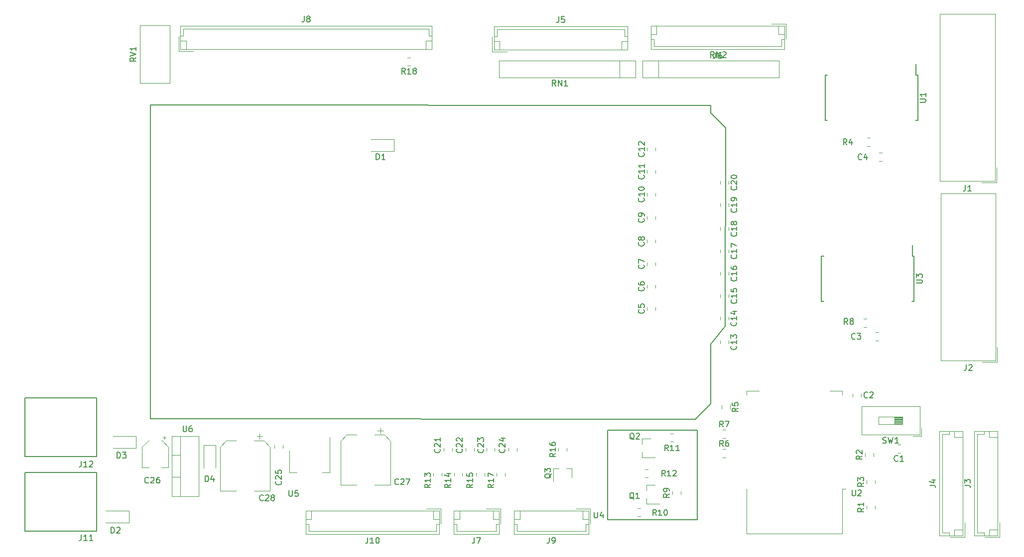
<source format=gbr>
G04 #@! TF.GenerationSoftware,KiCad,Pcbnew,(5.0.0-rc3)*
G04 #@! TF.CreationDate,2018-08-17T20:48:24-07:00*
G04 #@! TF.ProjectId,PCV MATOME MAIN V5-KICAD 5.0,504356204D41544F4D45204D41494E20,rev?*
G04 #@! TF.SameCoordinates,Original*
G04 #@! TF.FileFunction,Legend,Top*
G04 #@! TF.FilePolarity,Positive*
%FSLAX46Y46*%
G04 Gerber Fmt 4.6, Leading zero omitted, Abs format (unit mm)*
G04 Created by KiCad (PCBNEW (5.0.0-rc3)) date 08/17/18 20:48:24*
%MOMM*%
%LPD*%
G01*
G04 APERTURE LIST*
%ADD10C,0.150000*%
%ADD11C,0.120000*%
G04 APERTURE END LIST*
D10*
X204914500Y-105981500D02*
X202438000Y-109029500D01*
X204978000Y-72199500D02*
X204914500Y-105981500D01*
X202429516Y-68392509D02*
X107188000Y-68326000D01*
X202429516Y-69662509D02*
X202429516Y-68392509D01*
X204969516Y-72202509D02*
X202429516Y-69662509D01*
X202429516Y-119192509D02*
X202429516Y-109032509D01*
X199889516Y-121732509D02*
X202429516Y-119192509D01*
X107179516Y-121732509D02*
X199898000Y-121793000D01*
X107179516Y-68392509D02*
X107179516Y-121732509D01*
D11*
G04 #@! TO.C,U5*
X130840000Y-130910000D02*
X132100000Y-130910000D01*
X137660000Y-130910000D02*
X136400000Y-130910000D01*
X130840000Y-127150000D02*
X130840000Y-130910000D01*
X137660000Y-124900000D02*
X137660000Y-130910000D01*
G04 #@! TO.C,C28*
X118990000Y-134010000D02*
X121740000Y-134010000D01*
X127510000Y-134010000D02*
X124760000Y-134010000D01*
X127510000Y-126554437D02*
X127510000Y-134010000D01*
X118990000Y-126554437D02*
X118990000Y-134010000D01*
X120054437Y-125490000D02*
X121740000Y-125490000D01*
X126445563Y-125490000D02*
X124760000Y-125490000D01*
X126445563Y-125490000D02*
X127510000Y-126554437D01*
X120054437Y-125490000D02*
X118990000Y-126554437D01*
X125760000Y-124250000D02*
X125760000Y-125250000D01*
X126260000Y-124750000D02*
X125260000Y-124750000D01*
G04 #@! TO.C,C25*
X128290000Y-126238748D02*
X128290000Y-126761252D01*
X129710000Y-126238748D02*
X129710000Y-126761252D01*
G04 #@! TO.C,U2*
X224782000Y-141279000D02*
X208542000Y-141279000D01*
X208542000Y-141279000D02*
X208542000Y-133659000D01*
X208542000Y-117659000D02*
X208542000Y-117039000D01*
X208542000Y-117039000D02*
X210662000Y-117039000D01*
X222662000Y-117039000D02*
X224782000Y-117039000D01*
X224782000Y-117039000D02*
X224782000Y-117659000D01*
X224782000Y-133659000D02*
X224782000Y-141279000D01*
X224782000Y-133659000D02*
X225392000Y-133659000D01*
G04 #@! TO.C,C1*
X234661252Y-127610000D02*
X234138748Y-127610000D01*
X234661252Y-126190000D02*
X234138748Y-126190000D01*
G04 #@! TO.C,C2*
X226540000Y-118011252D02*
X226540000Y-117488748D01*
X227960000Y-118011252D02*
X227960000Y-117488748D01*
G04 #@! TO.C,C3*
X230967252Y-107050000D02*
X230444748Y-107050000D01*
X230967252Y-108470000D02*
X230444748Y-108470000D01*
G04 #@! TO.C,C4*
X231589252Y-77910000D02*
X231066748Y-77910000D01*
X231589252Y-76490000D02*
X231066748Y-76490000D01*
G04 #@! TO.C,C5*
X191614969Y-103276511D02*
X191614969Y-102754007D01*
X193034969Y-103276511D02*
X193034969Y-102754007D01*
G04 #@! TO.C,C6*
X191614969Y-99466511D02*
X191614969Y-98944007D01*
X193034969Y-99466511D02*
X193034969Y-98944007D01*
G04 #@! TO.C,C7*
X193034969Y-95656511D02*
X193034969Y-95134007D01*
X191614969Y-95656511D02*
X191614969Y-95134007D01*
G04 #@! TO.C,C8*
X191614969Y-91811510D02*
X191614969Y-91289006D01*
X193034969Y-91811510D02*
X193034969Y-91289006D01*
G04 #@! TO.C,C9*
X193034969Y-87782511D02*
X193034969Y-87260007D01*
X191614969Y-87782511D02*
X191614969Y-87260007D01*
G04 #@! TO.C,C10*
X191614969Y-83803510D02*
X191614969Y-83281006D01*
X193034969Y-83803510D02*
X193034969Y-83281006D01*
G04 #@! TO.C,C11*
X193034969Y-79908511D02*
X193034969Y-79386007D01*
X191614969Y-79908511D02*
X191614969Y-79386007D01*
G04 #@! TO.C,C12*
X191614969Y-76098511D02*
X191614969Y-75576007D01*
X193034969Y-76098511D02*
X193034969Y-75576007D01*
G04 #@! TO.C,C13*
X204014000Y-108450748D02*
X204014000Y-108973252D01*
X205434000Y-108450748D02*
X205434000Y-108973252D01*
G04 #@! TO.C,C14*
X205434000Y-104386748D02*
X205434000Y-104909252D01*
X204014000Y-104386748D02*
X204014000Y-104909252D01*
G04 #@! TO.C,C15*
X204047720Y-100562213D02*
X204047720Y-101084717D01*
X205467720Y-100562213D02*
X205467720Y-101084717D01*
G04 #@! TO.C,C16*
X205467720Y-96752213D02*
X205467720Y-97274717D01*
X204047720Y-96752213D02*
X204047720Y-97274717D01*
G04 #@! TO.C,C17*
X204047720Y-92942213D02*
X204047720Y-93464717D01*
X205467720Y-92942213D02*
X205467720Y-93464717D01*
G04 #@! TO.C,C18*
X204047720Y-89132213D02*
X204047720Y-89654717D01*
X205467720Y-89132213D02*
X205467720Y-89654717D01*
G04 #@! TO.C,C19*
X205467720Y-85068213D02*
X205467720Y-85590717D01*
X204047720Y-85068213D02*
X204047720Y-85590717D01*
G04 #@! TO.C,C20*
X204047720Y-81258213D02*
X204047720Y-81780717D01*
X205467720Y-81258213D02*
X205467720Y-81780717D01*
G04 #@! TO.C,C21*
X157040000Y-127261252D02*
X157040000Y-126738748D01*
X158460000Y-127261252D02*
X158460000Y-126738748D01*
G04 #@! TO.C,C22*
X162210000Y-127236252D02*
X162210000Y-126713748D01*
X160790000Y-127236252D02*
X160790000Y-126713748D01*
G04 #@! TO.C,C23*
X164290000Y-127261252D02*
X164290000Y-126738748D01*
X165710000Y-127261252D02*
X165710000Y-126738748D01*
G04 #@! TO.C,C24*
X169460000Y-127261252D02*
X169460000Y-126738748D01*
X168040000Y-127261252D02*
X168040000Y-126738748D01*
G04 #@! TO.C,C26*
X105740000Y-130010000D02*
X106940000Y-130010000D01*
X110260000Y-130010000D02*
X109060000Y-130010000D01*
X110260000Y-126554437D02*
X110260000Y-130010000D01*
X105740000Y-126554437D02*
X105740000Y-130010000D01*
X106804437Y-125490000D02*
X106940000Y-125490000D01*
X109195563Y-125490000D02*
X109060000Y-125490000D01*
X109195563Y-125490000D02*
X110260000Y-126554437D01*
X106804437Y-125490000D02*
X105740000Y-126554437D01*
X109560000Y-124750000D02*
X109560000Y-125250000D01*
X109810000Y-125000000D02*
X109310000Y-125000000D01*
G04 #@! TO.C,C27*
X146760000Y-123750000D02*
X145760000Y-123750000D01*
X146260000Y-123250000D02*
X146260000Y-124250000D01*
X140554437Y-124490000D02*
X139490000Y-125554437D01*
X146945563Y-124490000D02*
X148010000Y-125554437D01*
X146945563Y-124490000D02*
X145260000Y-124490000D01*
X140554437Y-124490000D02*
X142240000Y-124490000D01*
X139490000Y-125554437D02*
X139490000Y-133010000D01*
X148010000Y-125554437D02*
X148010000Y-133010000D01*
X148010000Y-133010000D02*
X145260000Y-133010000D01*
X139490000Y-133010000D02*
X142240000Y-133010000D01*
G04 #@! TO.C,D1*
X148554000Y-76184000D02*
X144654000Y-76184000D01*
X148554000Y-74184000D02*
X144654000Y-74184000D01*
X148554000Y-76184000D02*
X148554000Y-74184000D01*
G04 #@! TO.C,D2*
X103500000Y-139430000D02*
X103500000Y-137430000D01*
X103500000Y-137430000D02*
X99600000Y-137430000D01*
X103500000Y-139430000D02*
X99600000Y-139430000D01*
G04 #@! TO.C,D3*
X104750000Y-126750000D02*
X100850000Y-126750000D01*
X104750000Y-124750000D02*
X100850000Y-124750000D01*
X104750000Y-126750000D02*
X104750000Y-124750000D01*
G04 #@! TO.C,D4*
X118250000Y-126250000D02*
X116250000Y-126250000D01*
X116250000Y-126250000D02*
X116250000Y-130150000D01*
X118250000Y-126250000D02*
X118250000Y-130150000D01*
G04 #@! TO.C,Q1*
X191518000Y-133040000D02*
X191518000Y-133970000D01*
X191518000Y-136200000D02*
X191518000Y-135270000D01*
X191518000Y-136200000D02*
X193678000Y-136200000D01*
X191518000Y-133040000D02*
X192978000Y-133040000D01*
G04 #@! TO.C,Q2*
X190756000Y-125166000D02*
X192216000Y-125166000D01*
X190756000Y-128326000D02*
X192916000Y-128326000D01*
X190756000Y-128326000D02*
X190756000Y-127396000D01*
X190756000Y-125166000D02*
X190756000Y-126096000D01*
G04 #@! TO.C,R1*
X230342992Y-137069133D02*
X230342992Y-136546629D01*
X228922992Y-137069133D02*
X228922992Y-136546629D01*
G04 #@! TO.C,R2*
X228652000Y-128150252D02*
X228652000Y-127627748D01*
X230072000Y-128150252D02*
X230072000Y-127627748D01*
G04 #@! TO.C,R3*
X228922992Y-132751133D02*
X228922992Y-132228629D01*
X230342992Y-132751133D02*
X230342992Y-132228629D01*
G04 #@! TO.C,R4*
X229557252Y-75370000D02*
X229034748Y-75370000D01*
X229557252Y-73950000D02*
X229034748Y-73950000D01*
G04 #@! TO.C,R5*
X204268000Y-119499748D02*
X204268000Y-120022252D01*
X205688000Y-119499748D02*
X205688000Y-120022252D01*
G04 #@! TO.C,R6*
X204462748Y-126925000D02*
X204985252Y-126925000D01*
X204462748Y-128345000D02*
X204985252Y-128345000D01*
G04 #@! TO.C,R7*
X204462748Y-123623000D02*
X204985252Y-123623000D01*
X204462748Y-125043000D02*
X204985252Y-125043000D01*
G04 #@! TO.C,R8*
X228935252Y-104764000D02*
X228412748Y-104764000D01*
X228935252Y-106184000D02*
X228412748Y-106184000D01*
G04 #@! TO.C,R9*
X197306000Y-134627252D02*
X197306000Y-134104748D01*
X195886000Y-134627252D02*
X195886000Y-134104748D01*
G04 #@! TO.C,R10*
X189984748Y-138378000D02*
X190507252Y-138378000D01*
X189984748Y-136958000D02*
X190507252Y-136958000D01*
G04 #@! TO.C,R11*
X195572748Y-125678000D02*
X196095252Y-125678000D01*
X195572748Y-124258000D02*
X196095252Y-124258000D01*
G04 #@! TO.C,R12*
X191777252Y-131774000D02*
X191254748Y-131774000D01*
X191777252Y-130354000D02*
X191254748Y-130354000D01*
G04 #@! TO.C,R13*
X156710000Y-131511252D02*
X156710000Y-130988748D01*
X155290000Y-131511252D02*
X155290000Y-130988748D01*
G04 #@! TO.C,R14*
X158790000Y-131511252D02*
X158790000Y-130988748D01*
X160210000Y-131511252D02*
X160210000Y-130988748D01*
G04 #@! TO.C,R15*
X163960000Y-131511252D02*
X163960000Y-130988748D01*
X162540000Y-131511252D02*
X162540000Y-130988748D01*
G04 #@! TO.C,R16*
X177960000Y-127261252D02*
X177960000Y-126738748D01*
X176540000Y-127261252D02*
X176540000Y-126738748D01*
G04 #@! TO.C,R17*
X166040000Y-131511252D02*
X166040000Y-130988748D01*
X167460000Y-131511252D02*
X167460000Y-130988748D01*
G04 #@! TO.C,R18*
X151391252Y-61670000D02*
X150868748Y-61670000D01*
X151391252Y-60250000D02*
X150868748Y-60250000D01*
G04 #@! TO.C,RV1*
X105420000Y-64575000D02*
X105420000Y-54805000D01*
X110490000Y-64575000D02*
X110490000Y-54805000D01*
X105420000Y-64575000D02*
X110490000Y-64575000D01*
X105420000Y-54805000D02*
X110490000Y-54805000D01*
G04 #@! TO.C,SW1*
X237962080Y-124461544D02*
X228062080Y-124461544D01*
X237962080Y-119621544D02*
X228062080Y-119621544D01*
X237962080Y-124461544D02*
X237962080Y-119621544D01*
X228062080Y-124461544D02*
X228062080Y-119621544D01*
X238202080Y-124701544D02*
X236818080Y-124701544D01*
X238202080Y-124701544D02*
X238202080Y-123318544D01*
X235042080Y-122676544D02*
X235042080Y-121406544D01*
X235042080Y-121406544D02*
X230982080Y-121406544D01*
X230982080Y-121406544D02*
X230982080Y-122676544D01*
X230982080Y-122676544D02*
X235042080Y-122676544D01*
X235042080Y-122556544D02*
X233688747Y-122556544D01*
X235042080Y-122436544D02*
X233688747Y-122436544D01*
X235042080Y-122316544D02*
X233688747Y-122316544D01*
X235042080Y-122196544D02*
X233688747Y-122196544D01*
X235042080Y-122076544D02*
X233688747Y-122076544D01*
X235042080Y-121956544D02*
X233688747Y-121956544D01*
X235042080Y-121836544D02*
X233688747Y-121836544D01*
X235042080Y-121716544D02*
X233688747Y-121716544D01*
X235042080Y-121596544D02*
X233688747Y-121596544D01*
X235042080Y-121476544D02*
X233688747Y-121476544D01*
X233688747Y-122676544D02*
X233688747Y-121406544D01*
D10*
G04 #@! TO.C,U1*
X237352093Y-63222369D02*
X237352093Y-61397369D01*
X221877093Y-63222369D02*
X221877093Y-70972369D01*
X237627093Y-63222369D02*
X237627093Y-70972369D01*
X221877093Y-63222369D02*
X222242093Y-63222369D01*
X221877093Y-70972369D02*
X222242093Y-70972369D01*
X237627093Y-70972369D02*
X237262093Y-70972369D01*
X237627093Y-63222369D02*
X237352093Y-63222369D01*
G04 #@! TO.C,U3*
X237005093Y-94036369D02*
X236730093Y-94036369D01*
X237005093Y-101786369D02*
X236640093Y-101786369D01*
X221255093Y-101786369D02*
X221620093Y-101786369D01*
X221255093Y-94036369D02*
X221620093Y-94036369D01*
X237005093Y-94036369D02*
X237005093Y-101786369D01*
X221255093Y-94036369D02*
X221255093Y-101786369D01*
X236730093Y-94036369D02*
X236730093Y-92211369D01*
D11*
G04 #@! TO.C,U6*
X110780000Y-134930000D02*
X110780000Y-124690000D01*
X115421000Y-134930000D02*
X115421000Y-124690000D01*
X110780000Y-134930000D02*
X115421000Y-134930000D01*
X110780000Y-124690000D02*
X115421000Y-124690000D01*
X112290000Y-134930000D02*
X112290000Y-124690000D01*
X110780000Y-131660000D02*
X112290000Y-131660000D01*
X110780000Y-127959000D02*
X112290000Y-127959000D01*
D10*
G04 #@! TO.C,U4*
X200152000Y-138938000D02*
X184912000Y-138938000D01*
X200152000Y-123698000D02*
X200152000Y-138938000D01*
X184912000Y-123698000D02*
X200152000Y-123698000D01*
X184912000Y-138938000D02*
X184912000Y-123698000D01*
D11*
G04 #@! TO.C,J1*
X250985000Y-81530000D02*
X248445000Y-81530000D01*
X250985000Y-81530000D02*
X250985000Y-78990000D01*
X250735000Y-81280000D02*
X241385000Y-81280000D01*
X250735000Y-52800000D02*
X250735000Y-81280000D01*
X241385000Y-52800000D02*
X250735000Y-52800000D01*
X241385000Y-81280000D02*
X241385000Y-52800000D01*
G04 #@! TO.C,J2*
X241525000Y-111840000D02*
X241525000Y-83360000D01*
X241525000Y-83360000D02*
X250875000Y-83360000D01*
X250875000Y-83360000D02*
X250875000Y-111840000D01*
X250875000Y-111840000D02*
X241525000Y-111840000D01*
X251125000Y-112090000D02*
X251125000Y-109550000D01*
X251125000Y-112090000D02*
X248585000Y-112090000D01*
G04 #@! TO.C,J3*
X251530000Y-141916229D02*
X251530000Y-139416229D01*
X249030000Y-141916229D02*
X251530000Y-141916229D01*
X249730000Y-124896229D02*
X251230000Y-124896229D01*
X249730000Y-123896229D02*
X249730000Y-124896229D01*
X249730000Y-140616229D02*
X251230000Y-140616229D01*
X249730000Y-141616229D02*
X249730000Y-140616229D01*
X248920000Y-124396229D02*
X248920000Y-123896229D01*
X247710000Y-124396229D02*
X248920000Y-124396229D01*
X247710000Y-141116229D02*
X247710000Y-124396229D01*
X248920000Y-141116229D02*
X247710000Y-141116229D01*
X248920000Y-141616229D02*
X248920000Y-141116229D01*
X247210000Y-123896229D02*
X247210000Y-141616229D01*
X251230000Y-123896229D02*
X247210000Y-123896229D01*
X251230000Y-141616229D02*
X251230000Y-123896229D01*
X247210000Y-141616229D02*
X251230000Y-141616229D01*
G04 #@! TO.C,J4*
X245610000Y-141910000D02*
X245610000Y-139410000D01*
X243110000Y-141910000D02*
X245610000Y-141910000D01*
X243810000Y-124890000D02*
X245310000Y-124890000D01*
X243810000Y-123890000D02*
X243810000Y-124890000D01*
X243810000Y-140610000D02*
X245310000Y-140610000D01*
X243810000Y-141610000D02*
X243810000Y-140610000D01*
X243000000Y-124390000D02*
X243000000Y-123890000D01*
X241790000Y-124390000D02*
X243000000Y-124390000D01*
X241790000Y-141110000D02*
X241790000Y-124390000D01*
X243000000Y-141110000D02*
X241790000Y-141110000D01*
X243000000Y-141610000D02*
X243000000Y-141110000D01*
X241290000Y-123890000D02*
X241290000Y-141610000D01*
X245310000Y-123890000D02*
X241290000Y-123890000D01*
X245310000Y-141610000D02*
X245310000Y-123890000D01*
X241290000Y-141610000D02*
X245310000Y-141610000D01*
G04 #@! TO.C,J8*
X112290000Y-54840000D02*
X112290000Y-58860000D01*
X112290000Y-58860000D02*
X155010000Y-58860000D01*
X155010000Y-58860000D02*
X155010000Y-54840000D01*
X155010000Y-54840000D02*
X112290000Y-54840000D01*
X112290000Y-56550000D02*
X112790000Y-56550000D01*
X112790000Y-56550000D02*
X112790000Y-55340000D01*
X112790000Y-55340000D02*
X154510000Y-55340000D01*
X154510000Y-55340000D02*
X154510000Y-56550000D01*
X154510000Y-56550000D02*
X155010000Y-56550000D01*
X112290000Y-57360000D02*
X113290000Y-57360000D01*
X113290000Y-57360000D02*
X113290000Y-58860000D01*
X155010000Y-57360000D02*
X154010000Y-57360000D01*
X154010000Y-57360000D02*
X154010000Y-58860000D01*
X111990000Y-56660000D02*
X111990000Y-59160000D01*
X111990000Y-59160000D02*
X114490000Y-59160000D01*
G04 #@! TO.C,J5*
X165264000Y-59252000D02*
X167764000Y-59252000D01*
X165264000Y-56752000D02*
X165264000Y-59252000D01*
X187284000Y-57452000D02*
X187284000Y-58952000D01*
X188284000Y-57452000D02*
X187284000Y-57452000D01*
X166564000Y-57452000D02*
X166564000Y-58952000D01*
X165564000Y-57452000D02*
X166564000Y-57452000D01*
X187784000Y-56642000D02*
X188284000Y-56642000D01*
X187784000Y-55432000D02*
X187784000Y-56642000D01*
X166064000Y-55432000D02*
X187784000Y-55432000D01*
X166064000Y-56642000D02*
X166064000Y-55432000D01*
X165564000Y-56642000D02*
X166064000Y-56642000D01*
X188284000Y-54932000D02*
X165564000Y-54932000D01*
X188284000Y-58952000D02*
X188284000Y-54932000D01*
X165564000Y-58952000D02*
X188284000Y-58952000D01*
X165564000Y-54932000D02*
X165564000Y-58952000D01*
G04 #@! TO.C,J6*
X214954000Y-58860000D02*
X214954000Y-54840000D01*
X214954000Y-54840000D02*
X192234000Y-54840000D01*
X192234000Y-54840000D02*
X192234000Y-58860000D01*
X192234000Y-58860000D02*
X214954000Y-58860000D01*
X214954000Y-57150000D02*
X214454000Y-57150000D01*
X214454000Y-57150000D02*
X214454000Y-58360000D01*
X214454000Y-58360000D02*
X192734000Y-58360000D01*
X192734000Y-58360000D02*
X192734000Y-57150000D01*
X192734000Y-57150000D02*
X192234000Y-57150000D01*
X214954000Y-56340000D02*
X213954000Y-56340000D01*
X213954000Y-56340000D02*
X213954000Y-54840000D01*
X192234000Y-56340000D02*
X193234000Y-56340000D01*
X193234000Y-56340000D02*
X193234000Y-54840000D01*
X215254000Y-57040000D02*
X215254000Y-54540000D01*
X215254000Y-54540000D02*
X212754000Y-54540000D01*
G04 #@! TO.C,J7*
X166440000Y-141410000D02*
X166440000Y-137390000D01*
X166440000Y-137390000D02*
X158720000Y-137390000D01*
X158720000Y-137390000D02*
X158720000Y-141410000D01*
X158720000Y-141410000D02*
X166440000Y-141410000D01*
X166440000Y-139700000D02*
X165940000Y-139700000D01*
X165940000Y-139700000D02*
X165940000Y-140910000D01*
X165940000Y-140910000D02*
X159220000Y-140910000D01*
X159220000Y-140910000D02*
X159220000Y-139700000D01*
X159220000Y-139700000D02*
X158720000Y-139700000D01*
X166440000Y-138890000D02*
X165440000Y-138890000D01*
X165440000Y-138890000D02*
X165440000Y-137390000D01*
X158720000Y-138890000D02*
X159720000Y-138890000D01*
X159720000Y-138890000D02*
X159720000Y-137390000D01*
X166740000Y-139590000D02*
X166740000Y-137090000D01*
X166740000Y-137090000D02*
X164240000Y-137090000D01*
G04 #@! TO.C,J9*
X181680000Y-141410000D02*
X181680000Y-137390000D01*
X181680000Y-137390000D02*
X168960000Y-137390000D01*
X168960000Y-137390000D02*
X168960000Y-141410000D01*
X168960000Y-141410000D02*
X181680000Y-141410000D01*
X181680000Y-139700000D02*
X181180000Y-139700000D01*
X181180000Y-139700000D02*
X181180000Y-140910000D01*
X181180000Y-140910000D02*
X169460000Y-140910000D01*
X169460000Y-140910000D02*
X169460000Y-139700000D01*
X169460000Y-139700000D02*
X168960000Y-139700000D01*
X181680000Y-138890000D02*
X180680000Y-138890000D01*
X180680000Y-138890000D02*
X180680000Y-137390000D01*
X168960000Y-138890000D02*
X169960000Y-138890000D01*
X169960000Y-138890000D02*
X169960000Y-137390000D01*
X181980000Y-139590000D02*
X181980000Y-137090000D01*
X181980000Y-137090000D02*
X179480000Y-137090000D01*
G04 #@! TO.C,J10*
X156280000Y-141410000D02*
X156280000Y-137390000D01*
X156280000Y-137390000D02*
X133560000Y-137390000D01*
X133560000Y-137390000D02*
X133560000Y-141410000D01*
X133560000Y-141410000D02*
X156280000Y-141410000D01*
X156280000Y-139700000D02*
X155780000Y-139700000D01*
X155780000Y-139700000D02*
X155780000Y-140910000D01*
X155780000Y-140910000D02*
X134060000Y-140910000D01*
X134060000Y-140910000D02*
X134060000Y-139700000D01*
X134060000Y-139700000D02*
X133560000Y-139700000D01*
X156280000Y-138890000D02*
X155280000Y-138890000D01*
X155280000Y-138890000D02*
X155280000Y-137390000D01*
X133560000Y-138890000D02*
X134560000Y-138890000D01*
X134560000Y-138890000D02*
X134560000Y-137390000D01*
X156580000Y-139590000D02*
X156580000Y-137090000D01*
X156580000Y-137090000D02*
X154080000Y-137090000D01*
G04 #@! TO.C,Q3*
X178830000Y-130240000D02*
X177900000Y-130240000D01*
X175670000Y-130240000D02*
X176600000Y-130240000D01*
X175670000Y-130240000D02*
X175670000Y-132400000D01*
X178830000Y-130240000D02*
X178830000Y-131700000D01*
D10*
G04 #@! TO.C,J11*
X98030000Y-130890000D02*
X98030000Y-140890000D01*
X98030000Y-130890000D02*
X85830000Y-130890000D01*
X98030000Y-140890000D02*
X85830000Y-140890000D01*
X85830000Y-130890000D02*
X85830000Y-140890000D01*
G04 #@! TO.C,J12*
X85830000Y-118190000D02*
X85830000Y-128190000D01*
X98030000Y-128190000D02*
X85830000Y-128190000D01*
X98030000Y-118190000D02*
X85830000Y-118190000D01*
X98030000Y-118190000D02*
X98030000Y-128190000D01*
D11*
G04 #@! TO.C,RN1*
X186944000Y-63630000D02*
X186944000Y-60830000D01*
X166454000Y-63630000D02*
X189654000Y-63630000D01*
X166454000Y-60830000D02*
X166454000Y-63630000D01*
X189654000Y-60830000D02*
X166454000Y-60830000D01*
X189654000Y-63630000D02*
X189654000Y-60830000D01*
G04 #@! TO.C,RN2*
X190838000Y-60830000D02*
X190838000Y-63630000D01*
X190838000Y-63630000D02*
X214038000Y-63630000D01*
X214038000Y-63630000D02*
X214038000Y-60830000D01*
X214038000Y-60830000D02*
X190838000Y-60830000D01*
X193548000Y-60830000D02*
X193548000Y-63630000D01*
G04 #@! TO.C,U5*
D10*
X130738095Y-133952380D02*
X130738095Y-134761904D01*
X130785714Y-134857142D01*
X130833333Y-134904761D01*
X130928571Y-134952380D01*
X131119047Y-134952380D01*
X131214285Y-134904761D01*
X131261904Y-134857142D01*
X131309523Y-134761904D01*
X131309523Y-133952380D01*
X132261904Y-133952380D02*
X131785714Y-133952380D01*
X131738095Y-134428571D01*
X131785714Y-134380952D01*
X131880952Y-134333333D01*
X132119047Y-134333333D01*
X132214285Y-134380952D01*
X132261904Y-134428571D01*
X132309523Y-134523809D01*
X132309523Y-134761904D01*
X132261904Y-134857142D01*
X132214285Y-134904761D01*
X132119047Y-134952380D01*
X131880952Y-134952380D01*
X131785714Y-134904761D01*
X131738095Y-134857142D01*
G04 #@! TO.C,C28*
X126357142Y-135607142D02*
X126309523Y-135654761D01*
X126166666Y-135702380D01*
X126071428Y-135702380D01*
X125928571Y-135654761D01*
X125833333Y-135559523D01*
X125785714Y-135464285D01*
X125738095Y-135273809D01*
X125738095Y-135130952D01*
X125785714Y-134940476D01*
X125833333Y-134845238D01*
X125928571Y-134750000D01*
X126071428Y-134702380D01*
X126166666Y-134702380D01*
X126309523Y-134750000D01*
X126357142Y-134797619D01*
X126738095Y-134797619D02*
X126785714Y-134750000D01*
X126880952Y-134702380D01*
X127119047Y-134702380D01*
X127214285Y-134750000D01*
X127261904Y-134797619D01*
X127309523Y-134892857D01*
X127309523Y-134988095D01*
X127261904Y-135130952D01*
X126690476Y-135702380D01*
X127309523Y-135702380D01*
X127880952Y-135130952D02*
X127785714Y-135083333D01*
X127738095Y-135035714D01*
X127690476Y-134940476D01*
X127690476Y-134892857D01*
X127738095Y-134797619D01*
X127785714Y-134750000D01*
X127880952Y-134702380D01*
X128071428Y-134702380D01*
X128166666Y-134750000D01*
X128214285Y-134797619D01*
X128261904Y-134892857D01*
X128261904Y-134940476D01*
X128214285Y-135035714D01*
X128166666Y-135083333D01*
X128071428Y-135130952D01*
X127880952Y-135130952D01*
X127785714Y-135178571D01*
X127738095Y-135226190D01*
X127690476Y-135321428D01*
X127690476Y-135511904D01*
X127738095Y-135607142D01*
X127785714Y-135654761D01*
X127880952Y-135702380D01*
X128071428Y-135702380D01*
X128166666Y-135654761D01*
X128214285Y-135607142D01*
X128261904Y-135511904D01*
X128261904Y-135321428D01*
X128214285Y-135226190D01*
X128166666Y-135178571D01*
X128071428Y-135130952D01*
G04 #@! TO.C,C25*
X129357142Y-132392857D02*
X129404761Y-132440476D01*
X129452380Y-132583333D01*
X129452380Y-132678571D01*
X129404761Y-132821428D01*
X129309523Y-132916666D01*
X129214285Y-132964285D01*
X129023809Y-133011904D01*
X128880952Y-133011904D01*
X128690476Y-132964285D01*
X128595238Y-132916666D01*
X128499999Y-132821428D01*
X128452380Y-132678571D01*
X128452380Y-132583333D01*
X128499999Y-132440476D01*
X128547619Y-132392857D01*
X128547619Y-132011904D02*
X128499999Y-131964285D01*
X128452380Y-131869047D01*
X128452380Y-131630952D01*
X128500000Y-131535714D01*
X128547619Y-131488095D01*
X128642857Y-131440476D01*
X128738095Y-131440476D01*
X128880952Y-131488095D01*
X129452380Y-132059523D01*
X129452380Y-131440476D01*
X128452380Y-130535714D02*
X128452380Y-131011904D01*
X128928571Y-131059523D01*
X128880952Y-131011904D01*
X128833333Y-130916666D01*
X128833333Y-130678571D01*
X128880952Y-130583333D01*
X128928571Y-130535714D01*
X129023809Y-130488095D01*
X129261904Y-130488095D01*
X129357142Y-130535714D01*
X129404761Y-130583333D01*
X129452380Y-130678571D01*
X129452380Y-130916666D01*
X129404761Y-131011904D01*
X129357142Y-131059523D01*
G04 #@! TO.C,U2*
X226460095Y-133871380D02*
X226460095Y-134680904D01*
X226507714Y-134776142D01*
X226555333Y-134823761D01*
X226650571Y-134871380D01*
X226841047Y-134871380D01*
X226936285Y-134823761D01*
X226983904Y-134776142D01*
X227031523Y-134680904D01*
X227031523Y-133871380D01*
X227460095Y-133966619D02*
X227507714Y-133919000D01*
X227602952Y-133871380D01*
X227841047Y-133871380D01*
X227936285Y-133919000D01*
X227983904Y-133966619D01*
X228031523Y-134061857D01*
X228031523Y-134157095D01*
X227983904Y-134299952D01*
X227412476Y-134871380D01*
X228031523Y-134871380D01*
G04 #@! TO.C,C1*
X234233333Y-128907142D02*
X234185714Y-128954761D01*
X234042857Y-129002380D01*
X233947619Y-129002380D01*
X233804761Y-128954761D01*
X233709523Y-128859523D01*
X233661904Y-128764285D01*
X233614285Y-128573809D01*
X233614285Y-128430952D01*
X233661904Y-128240476D01*
X233709523Y-128145238D01*
X233804761Y-128050000D01*
X233947619Y-128002380D01*
X234042857Y-128002380D01*
X234185714Y-128050000D01*
X234233333Y-128097619D01*
X235185714Y-129002380D02*
X234614285Y-129002380D01*
X234899999Y-129002380D02*
X234899999Y-128002380D01*
X234804761Y-128145238D01*
X234709523Y-128240476D01*
X234614285Y-128288095D01*
G04 #@! TO.C,C2*
X229083333Y-118107142D02*
X229035714Y-118154761D01*
X228892857Y-118202380D01*
X228797619Y-118202380D01*
X228654761Y-118154761D01*
X228559523Y-118059523D01*
X228511904Y-117964285D01*
X228464285Y-117773809D01*
X228464285Y-117630952D01*
X228511904Y-117440476D01*
X228559523Y-117345238D01*
X228654761Y-117250000D01*
X228797619Y-117202380D01*
X228892857Y-117202380D01*
X229035714Y-117250000D01*
X229083333Y-117297619D01*
X229464285Y-117297619D02*
X229511904Y-117250000D01*
X229607142Y-117202380D01*
X229845238Y-117202380D01*
X229940476Y-117250000D01*
X229988095Y-117297619D01*
X230035714Y-117392857D01*
X230035714Y-117488095D01*
X229988095Y-117630952D01*
X229416666Y-118202380D01*
X230035714Y-118202380D01*
G04 #@! TO.C,C3*
X226983333Y-108117142D02*
X226935714Y-108164761D01*
X226792857Y-108212380D01*
X226697619Y-108212380D01*
X226554761Y-108164761D01*
X226459523Y-108069523D01*
X226411904Y-107974285D01*
X226364285Y-107783809D01*
X226364285Y-107640952D01*
X226411904Y-107450476D01*
X226459523Y-107355238D01*
X226554761Y-107260000D01*
X226697619Y-107212380D01*
X226792857Y-107212380D01*
X226935714Y-107260000D01*
X226983333Y-107307619D01*
X227316666Y-107212380D02*
X227935714Y-107212380D01*
X227602380Y-107593333D01*
X227745238Y-107593333D01*
X227840476Y-107640952D01*
X227888095Y-107688571D01*
X227935714Y-107783809D01*
X227935714Y-108021904D01*
X227888095Y-108117142D01*
X227840476Y-108164761D01*
X227745238Y-108212380D01*
X227459523Y-108212380D01*
X227364285Y-108164761D01*
X227316666Y-108117142D01*
G04 #@! TO.C,C4*
X228113333Y-77557142D02*
X228065714Y-77604761D01*
X227922857Y-77652380D01*
X227827619Y-77652380D01*
X227684761Y-77604761D01*
X227589523Y-77509523D01*
X227541904Y-77414285D01*
X227494285Y-77223809D01*
X227494285Y-77080952D01*
X227541904Y-76890476D01*
X227589523Y-76795238D01*
X227684761Y-76700000D01*
X227827619Y-76652380D01*
X227922857Y-76652380D01*
X228065714Y-76700000D01*
X228113333Y-76747619D01*
X228970476Y-76985714D02*
X228970476Y-77652380D01*
X228732380Y-76604761D02*
X228494285Y-77319047D01*
X229113333Y-77319047D01*
G04 #@! TO.C,C5*
X191032111Y-103181925D02*
X191079730Y-103229544D01*
X191127349Y-103372401D01*
X191127349Y-103467639D01*
X191079730Y-103610497D01*
X190984492Y-103705735D01*
X190889254Y-103753354D01*
X190698778Y-103800973D01*
X190555921Y-103800973D01*
X190365445Y-103753354D01*
X190270207Y-103705735D01*
X190174968Y-103610497D01*
X190127349Y-103467639D01*
X190127349Y-103372401D01*
X190174968Y-103229544D01*
X190222588Y-103181925D01*
X190127349Y-102277163D02*
X190127349Y-102753354D01*
X190603540Y-102800973D01*
X190555921Y-102753354D01*
X190508302Y-102658116D01*
X190508302Y-102420020D01*
X190555921Y-102324782D01*
X190603540Y-102277163D01*
X190698778Y-102229544D01*
X190936873Y-102229544D01*
X191032111Y-102277163D01*
X191079730Y-102324782D01*
X191127349Y-102420020D01*
X191127349Y-102658116D01*
X191079730Y-102753354D01*
X191032111Y-102800973D01*
G04 #@! TO.C,C6*
X191032111Y-99371925D02*
X191079730Y-99419544D01*
X191127349Y-99562401D01*
X191127349Y-99657639D01*
X191079730Y-99800497D01*
X190984492Y-99895735D01*
X190889254Y-99943354D01*
X190698778Y-99990973D01*
X190555921Y-99990973D01*
X190365445Y-99943354D01*
X190270207Y-99895735D01*
X190174968Y-99800497D01*
X190127349Y-99657639D01*
X190127349Y-99562401D01*
X190174968Y-99419544D01*
X190222588Y-99371925D01*
X190127349Y-98514782D02*
X190127349Y-98705259D01*
X190174969Y-98800497D01*
X190222588Y-98848116D01*
X190365445Y-98943354D01*
X190555921Y-98990973D01*
X190936873Y-98990973D01*
X191032111Y-98943354D01*
X191079730Y-98895735D01*
X191127349Y-98800497D01*
X191127349Y-98610020D01*
X191079730Y-98514782D01*
X191032111Y-98467163D01*
X190936873Y-98419544D01*
X190698778Y-98419544D01*
X190603540Y-98467163D01*
X190555921Y-98514782D01*
X190508302Y-98610020D01*
X190508302Y-98800497D01*
X190555921Y-98895735D01*
X190603540Y-98943354D01*
X190698778Y-98990973D01*
G04 #@! TO.C,C7*
X191032111Y-95561925D02*
X191079730Y-95609544D01*
X191127349Y-95752401D01*
X191127349Y-95847639D01*
X191079730Y-95990497D01*
X190984492Y-96085735D01*
X190889254Y-96133354D01*
X190698778Y-96180973D01*
X190555921Y-96180973D01*
X190365445Y-96133354D01*
X190270207Y-96085735D01*
X190174968Y-95990497D01*
X190127349Y-95847639D01*
X190127349Y-95752401D01*
X190174968Y-95609544D01*
X190222588Y-95561925D01*
X190127349Y-95228592D02*
X190127349Y-94561925D01*
X191127349Y-94990497D01*
G04 #@! TO.C,C8*
X191032111Y-91716924D02*
X191079730Y-91764543D01*
X191127349Y-91907400D01*
X191127349Y-92002638D01*
X191079730Y-92145496D01*
X190984492Y-92240734D01*
X190889254Y-92288353D01*
X190698778Y-92335972D01*
X190555921Y-92335972D01*
X190365445Y-92288353D01*
X190270207Y-92240734D01*
X190174968Y-92145496D01*
X190127349Y-92002638D01*
X190127349Y-91907400D01*
X190174968Y-91764543D01*
X190222588Y-91716924D01*
X190555921Y-91145496D02*
X190508302Y-91240734D01*
X190460683Y-91288353D01*
X190365445Y-91335972D01*
X190317826Y-91335972D01*
X190222588Y-91288353D01*
X190174969Y-91240734D01*
X190127349Y-91145496D01*
X190127349Y-90955019D01*
X190174969Y-90859781D01*
X190222588Y-90812162D01*
X190317826Y-90764543D01*
X190365445Y-90764543D01*
X190460683Y-90812162D01*
X190508302Y-90859781D01*
X190555921Y-90955019D01*
X190555921Y-91145496D01*
X190603540Y-91240734D01*
X190651159Y-91288353D01*
X190746397Y-91335972D01*
X190936873Y-91335972D01*
X191032111Y-91288353D01*
X191079730Y-91240734D01*
X191127349Y-91145496D01*
X191127349Y-90955019D01*
X191079730Y-90859781D01*
X191032111Y-90812162D01*
X190936873Y-90764543D01*
X190746397Y-90764543D01*
X190651159Y-90812162D01*
X190603540Y-90859781D01*
X190555921Y-90955019D01*
G04 #@! TO.C,C9*
X191032111Y-87687925D02*
X191079730Y-87735544D01*
X191127349Y-87878401D01*
X191127349Y-87973639D01*
X191079730Y-88116497D01*
X190984492Y-88211735D01*
X190889254Y-88259354D01*
X190698778Y-88306973D01*
X190555921Y-88306973D01*
X190365445Y-88259354D01*
X190270207Y-88211735D01*
X190174968Y-88116497D01*
X190127349Y-87973639D01*
X190127349Y-87878401D01*
X190174968Y-87735544D01*
X190222588Y-87687925D01*
X191127349Y-87211735D02*
X191127349Y-87021259D01*
X191079730Y-86926020D01*
X191032111Y-86878401D01*
X190889254Y-86783163D01*
X190698778Y-86735544D01*
X190317826Y-86735544D01*
X190222588Y-86783163D01*
X190174969Y-86830782D01*
X190127349Y-86926020D01*
X190127349Y-87116497D01*
X190174969Y-87211735D01*
X190222588Y-87259354D01*
X190317826Y-87306973D01*
X190555921Y-87306973D01*
X190651159Y-87259354D01*
X190698778Y-87211735D01*
X190746397Y-87116497D01*
X190746397Y-86926020D01*
X190698778Y-86830782D01*
X190651159Y-86783163D01*
X190555921Y-86735544D01*
G04 #@! TO.C,C10*
X191032111Y-84185115D02*
X191079730Y-84232734D01*
X191127349Y-84375591D01*
X191127349Y-84470829D01*
X191079730Y-84613686D01*
X190984492Y-84708924D01*
X190889254Y-84756543D01*
X190698778Y-84804162D01*
X190555921Y-84804162D01*
X190365445Y-84756543D01*
X190270207Y-84708924D01*
X190174968Y-84613686D01*
X190127349Y-84470829D01*
X190127349Y-84375591D01*
X190174968Y-84232734D01*
X190222588Y-84185115D01*
X191127349Y-83232734D02*
X191127349Y-83804162D01*
X191127349Y-83518448D02*
X190127349Y-83518448D01*
X190270207Y-83613686D01*
X190365445Y-83708924D01*
X190413064Y-83804162D01*
X190127349Y-82613686D02*
X190127349Y-82518448D01*
X190174969Y-82423210D01*
X190222588Y-82375591D01*
X190317826Y-82327972D01*
X190508302Y-82280353D01*
X190746397Y-82280353D01*
X190936873Y-82327972D01*
X191032111Y-82375591D01*
X191079730Y-82423210D01*
X191127349Y-82518448D01*
X191127349Y-82613686D01*
X191079730Y-82708924D01*
X191032111Y-82756543D01*
X190936873Y-82804162D01*
X190746397Y-82851781D01*
X190508302Y-82851781D01*
X190317826Y-82804162D01*
X190222588Y-82756543D01*
X190174969Y-82708924D01*
X190127349Y-82613686D01*
G04 #@! TO.C,C11*
X191032111Y-80290116D02*
X191079730Y-80337735D01*
X191127349Y-80480592D01*
X191127349Y-80575830D01*
X191079730Y-80718687D01*
X190984492Y-80813925D01*
X190889254Y-80861544D01*
X190698778Y-80909163D01*
X190555921Y-80909163D01*
X190365445Y-80861544D01*
X190270207Y-80813925D01*
X190174968Y-80718687D01*
X190127349Y-80575830D01*
X190127349Y-80480592D01*
X190174968Y-80337735D01*
X190222588Y-80290116D01*
X191127349Y-79337735D02*
X191127349Y-79909163D01*
X191127349Y-79623449D02*
X190127349Y-79623449D01*
X190270207Y-79718687D01*
X190365445Y-79813925D01*
X190413064Y-79909163D01*
X191127349Y-78385354D02*
X191127349Y-78956782D01*
X191127349Y-78671068D02*
X190127349Y-78671068D01*
X190270207Y-78766306D01*
X190365445Y-78861544D01*
X190413064Y-78956782D01*
G04 #@! TO.C,C12*
X191032111Y-76480116D02*
X191079730Y-76527735D01*
X191127349Y-76670592D01*
X191127349Y-76765830D01*
X191079730Y-76908687D01*
X190984492Y-77003925D01*
X190889254Y-77051544D01*
X190698778Y-77099163D01*
X190555921Y-77099163D01*
X190365445Y-77051544D01*
X190270207Y-77003925D01*
X190174968Y-76908687D01*
X190127349Y-76765830D01*
X190127349Y-76670592D01*
X190174968Y-76527735D01*
X190222588Y-76480116D01*
X191127349Y-75527735D02*
X191127349Y-76099163D01*
X191127349Y-75813449D02*
X190127349Y-75813449D01*
X190270207Y-75908687D01*
X190365445Y-76003925D01*
X190413064Y-76099163D01*
X190222588Y-75146782D02*
X190174969Y-75099163D01*
X190127349Y-75003925D01*
X190127349Y-74765830D01*
X190174969Y-74670592D01*
X190222588Y-74622973D01*
X190317826Y-74575354D01*
X190413064Y-74575354D01*
X190555921Y-74622973D01*
X191127349Y-75194401D01*
X191127349Y-74575354D01*
G04 #@! TO.C,C13*
X206731142Y-109354857D02*
X206778761Y-109402476D01*
X206826380Y-109545333D01*
X206826380Y-109640571D01*
X206778761Y-109783428D01*
X206683523Y-109878666D01*
X206588285Y-109926285D01*
X206397809Y-109973904D01*
X206254952Y-109973904D01*
X206064476Y-109926285D01*
X205969238Y-109878666D01*
X205873999Y-109783428D01*
X205826380Y-109640571D01*
X205826380Y-109545333D01*
X205873999Y-109402476D01*
X205921619Y-109354857D01*
X206826380Y-108402476D02*
X206826380Y-108973904D01*
X206826380Y-108688190D02*
X205826380Y-108688190D01*
X205969238Y-108783428D01*
X206064476Y-108878666D01*
X206112095Y-108973904D01*
X205826380Y-108069142D02*
X205826380Y-107450095D01*
X206207333Y-107783428D01*
X206207333Y-107640571D01*
X206254952Y-107545333D01*
X206302571Y-107497714D01*
X206397809Y-107450095D01*
X206635904Y-107450095D01*
X206731142Y-107497714D01*
X206778761Y-107545333D01*
X206826380Y-107640571D01*
X206826380Y-107926285D01*
X206778761Y-108021523D01*
X206731142Y-108069142D01*
G04 #@! TO.C,C14*
X206731142Y-105290857D02*
X206778761Y-105338476D01*
X206826380Y-105481333D01*
X206826380Y-105576571D01*
X206778761Y-105719428D01*
X206683523Y-105814666D01*
X206588285Y-105862285D01*
X206397809Y-105909904D01*
X206254952Y-105909904D01*
X206064476Y-105862285D01*
X205969238Y-105814666D01*
X205873999Y-105719428D01*
X205826380Y-105576571D01*
X205826380Y-105481333D01*
X205873999Y-105338476D01*
X205921619Y-105290857D01*
X206826380Y-104338476D02*
X206826380Y-104909904D01*
X206826380Y-104624190D02*
X205826380Y-104624190D01*
X205969238Y-104719428D01*
X206064476Y-104814666D01*
X206112095Y-104909904D01*
X206159714Y-103481333D02*
X206826380Y-103481333D01*
X205778761Y-103719428D02*
X206493047Y-103957523D01*
X206493047Y-103338476D01*
G04 #@! TO.C,C15*
X206764862Y-101466322D02*
X206812481Y-101513941D01*
X206860100Y-101656798D01*
X206860100Y-101752036D01*
X206812481Y-101894893D01*
X206717243Y-101990131D01*
X206622005Y-102037750D01*
X206431529Y-102085369D01*
X206288672Y-102085369D01*
X206098196Y-102037750D01*
X206002958Y-101990131D01*
X205907719Y-101894893D01*
X205860100Y-101752036D01*
X205860100Y-101656798D01*
X205907719Y-101513941D01*
X205955339Y-101466322D01*
X206860100Y-100513941D02*
X206860100Y-101085369D01*
X206860100Y-100799655D02*
X205860100Y-100799655D01*
X206002958Y-100894893D01*
X206098196Y-100990131D01*
X206145815Y-101085369D01*
X205860100Y-99609179D02*
X205860100Y-100085369D01*
X206336291Y-100132988D01*
X206288672Y-100085369D01*
X206241053Y-99990131D01*
X206241053Y-99752036D01*
X206288672Y-99656798D01*
X206336291Y-99609179D01*
X206431529Y-99561560D01*
X206669624Y-99561560D01*
X206764862Y-99609179D01*
X206812481Y-99656798D01*
X206860100Y-99752036D01*
X206860100Y-99990131D01*
X206812481Y-100085369D01*
X206764862Y-100132988D01*
G04 #@! TO.C,C16*
X206764862Y-97656322D02*
X206812481Y-97703941D01*
X206860100Y-97846798D01*
X206860100Y-97942036D01*
X206812481Y-98084893D01*
X206717243Y-98180131D01*
X206622005Y-98227750D01*
X206431529Y-98275369D01*
X206288672Y-98275369D01*
X206098196Y-98227750D01*
X206002958Y-98180131D01*
X205907719Y-98084893D01*
X205860100Y-97942036D01*
X205860100Y-97846798D01*
X205907719Y-97703941D01*
X205955339Y-97656322D01*
X206860100Y-96703941D02*
X206860100Y-97275369D01*
X206860100Y-96989655D02*
X205860100Y-96989655D01*
X206002958Y-97084893D01*
X206098196Y-97180131D01*
X206145815Y-97275369D01*
X205860100Y-95846798D02*
X205860100Y-96037274D01*
X205907720Y-96132512D01*
X205955339Y-96180131D01*
X206098196Y-96275369D01*
X206288672Y-96322988D01*
X206669624Y-96322988D01*
X206764862Y-96275369D01*
X206812481Y-96227750D01*
X206860100Y-96132512D01*
X206860100Y-95942036D01*
X206812481Y-95846798D01*
X206764862Y-95799179D01*
X206669624Y-95751560D01*
X206431529Y-95751560D01*
X206336291Y-95799179D01*
X206288672Y-95846798D01*
X206241053Y-95942036D01*
X206241053Y-96132512D01*
X206288672Y-96227750D01*
X206336291Y-96275369D01*
X206431529Y-96322988D01*
G04 #@! TO.C,C17*
X206764862Y-93846322D02*
X206812481Y-93893941D01*
X206860100Y-94036798D01*
X206860100Y-94132036D01*
X206812481Y-94274893D01*
X206717243Y-94370131D01*
X206622005Y-94417750D01*
X206431529Y-94465369D01*
X206288672Y-94465369D01*
X206098196Y-94417750D01*
X206002958Y-94370131D01*
X205907719Y-94274893D01*
X205860100Y-94132036D01*
X205860100Y-94036798D01*
X205907719Y-93893941D01*
X205955339Y-93846322D01*
X206860100Y-92893941D02*
X206860100Y-93465369D01*
X206860100Y-93179655D02*
X205860100Y-93179655D01*
X206002958Y-93274893D01*
X206098196Y-93370131D01*
X206145815Y-93465369D01*
X205860100Y-92560607D02*
X205860100Y-91893941D01*
X206860100Y-92322512D01*
G04 #@! TO.C,C18*
X206764862Y-90036322D02*
X206812481Y-90083941D01*
X206860100Y-90226798D01*
X206860100Y-90322036D01*
X206812481Y-90464893D01*
X206717243Y-90560131D01*
X206622005Y-90607750D01*
X206431529Y-90655369D01*
X206288672Y-90655369D01*
X206098196Y-90607750D01*
X206002958Y-90560131D01*
X205907719Y-90464893D01*
X205860100Y-90322036D01*
X205860100Y-90226798D01*
X205907719Y-90083941D01*
X205955339Y-90036322D01*
X206860100Y-89083941D02*
X206860100Y-89655369D01*
X206860100Y-89369655D02*
X205860100Y-89369655D01*
X206002958Y-89464893D01*
X206098196Y-89560131D01*
X206145815Y-89655369D01*
X206288672Y-88512512D02*
X206241053Y-88607750D01*
X206193434Y-88655369D01*
X206098196Y-88702988D01*
X206050577Y-88702988D01*
X205955339Y-88655369D01*
X205907720Y-88607750D01*
X205860100Y-88512512D01*
X205860100Y-88322036D01*
X205907720Y-88226798D01*
X205955339Y-88179179D01*
X206050577Y-88131560D01*
X206098196Y-88131560D01*
X206193434Y-88179179D01*
X206241053Y-88226798D01*
X206288672Y-88322036D01*
X206288672Y-88512512D01*
X206336291Y-88607750D01*
X206383910Y-88655369D01*
X206479148Y-88702988D01*
X206669624Y-88702988D01*
X206764862Y-88655369D01*
X206812481Y-88607750D01*
X206860100Y-88512512D01*
X206860100Y-88322036D01*
X206812481Y-88226798D01*
X206764862Y-88179179D01*
X206669624Y-88131560D01*
X206479148Y-88131560D01*
X206383910Y-88179179D01*
X206336291Y-88226798D01*
X206288672Y-88322036D01*
G04 #@! TO.C,C19*
X206764862Y-85972322D02*
X206812481Y-86019941D01*
X206860100Y-86162798D01*
X206860100Y-86258036D01*
X206812481Y-86400893D01*
X206717243Y-86496131D01*
X206622005Y-86543750D01*
X206431529Y-86591369D01*
X206288672Y-86591369D01*
X206098196Y-86543750D01*
X206002958Y-86496131D01*
X205907719Y-86400893D01*
X205860100Y-86258036D01*
X205860100Y-86162798D01*
X205907719Y-86019941D01*
X205955339Y-85972322D01*
X206860100Y-85019941D02*
X206860100Y-85591369D01*
X206860100Y-85305655D02*
X205860100Y-85305655D01*
X206002958Y-85400893D01*
X206098196Y-85496131D01*
X206145815Y-85591369D01*
X206860100Y-84543750D02*
X206860100Y-84353274D01*
X206812481Y-84258036D01*
X206764862Y-84210417D01*
X206622005Y-84115179D01*
X206431529Y-84067560D01*
X206050577Y-84067560D01*
X205955339Y-84115179D01*
X205907720Y-84162798D01*
X205860100Y-84258036D01*
X205860100Y-84448512D01*
X205907720Y-84543750D01*
X205955339Y-84591369D01*
X206050577Y-84638988D01*
X206288672Y-84638988D01*
X206383910Y-84591369D01*
X206431529Y-84543750D01*
X206479148Y-84448512D01*
X206479148Y-84258036D01*
X206431529Y-84162798D01*
X206383910Y-84115179D01*
X206288672Y-84067560D01*
G04 #@! TO.C,C20*
X206764862Y-82162322D02*
X206812481Y-82209941D01*
X206860100Y-82352798D01*
X206860100Y-82448036D01*
X206812481Y-82590893D01*
X206717243Y-82686131D01*
X206622005Y-82733750D01*
X206431529Y-82781369D01*
X206288672Y-82781369D01*
X206098196Y-82733750D01*
X206002958Y-82686131D01*
X205907719Y-82590893D01*
X205860100Y-82448036D01*
X205860100Y-82352798D01*
X205907719Y-82209941D01*
X205955339Y-82162322D01*
X205955339Y-81781369D02*
X205907719Y-81733750D01*
X205860100Y-81638512D01*
X205860100Y-81400417D01*
X205907720Y-81305179D01*
X205955339Y-81257560D01*
X206050577Y-81209941D01*
X206145815Y-81209941D01*
X206288672Y-81257560D01*
X206860100Y-81828988D01*
X206860100Y-81209941D01*
X205860100Y-80590893D02*
X205860100Y-80495655D01*
X205907720Y-80400417D01*
X205955339Y-80352798D01*
X206050577Y-80305179D01*
X206241053Y-80257560D01*
X206479148Y-80257560D01*
X206669624Y-80305179D01*
X206764862Y-80352798D01*
X206812481Y-80400417D01*
X206860100Y-80495655D01*
X206860100Y-80590893D01*
X206812481Y-80686131D01*
X206764862Y-80733750D01*
X206669624Y-80781369D01*
X206479148Y-80828988D01*
X206241053Y-80828988D01*
X206050577Y-80781369D01*
X205955339Y-80733750D01*
X205907720Y-80686131D01*
X205860100Y-80590893D01*
G04 #@! TO.C,C21*
X156357142Y-126892857D02*
X156404761Y-126940476D01*
X156452380Y-127083333D01*
X156452380Y-127178571D01*
X156404761Y-127321428D01*
X156309523Y-127416666D01*
X156214285Y-127464285D01*
X156023809Y-127511904D01*
X155880952Y-127511904D01*
X155690476Y-127464285D01*
X155595238Y-127416666D01*
X155499999Y-127321428D01*
X155452380Y-127178571D01*
X155452380Y-127083333D01*
X155499999Y-126940476D01*
X155547619Y-126892857D01*
X155547619Y-126511904D02*
X155499999Y-126464285D01*
X155452380Y-126369047D01*
X155452380Y-126130952D01*
X155500000Y-126035714D01*
X155547619Y-125988095D01*
X155642857Y-125940476D01*
X155738095Y-125940476D01*
X155880952Y-125988095D01*
X156452380Y-126559523D01*
X156452380Y-125940476D01*
X156452380Y-124988095D02*
X156452380Y-125559523D01*
X156452380Y-125273809D02*
X155452380Y-125273809D01*
X155595238Y-125369047D01*
X155690476Y-125464285D01*
X155738095Y-125559523D01*
G04 #@! TO.C,C22*
X160107142Y-126892857D02*
X160154761Y-126940476D01*
X160202380Y-127083333D01*
X160202380Y-127178571D01*
X160154761Y-127321428D01*
X160059523Y-127416666D01*
X159964285Y-127464285D01*
X159773809Y-127511904D01*
X159630952Y-127511904D01*
X159440476Y-127464285D01*
X159345238Y-127416666D01*
X159249999Y-127321428D01*
X159202380Y-127178571D01*
X159202380Y-127083333D01*
X159249999Y-126940476D01*
X159297619Y-126892857D01*
X159297619Y-126511904D02*
X159249999Y-126464285D01*
X159202380Y-126369047D01*
X159202380Y-126130952D01*
X159250000Y-126035714D01*
X159297619Y-125988095D01*
X159392857Y-125940476D01*
X159488095Y-125940476D01*
X159630952Y-125988095D01*
X160202380Y-126559523D01*
X160202380Y-125940476D01*
X159297619Y-125559523D02*
X159250000Y-125511904D01*
X159202380Y-125416666D01*
X159202380Y-125178571D01*
X159250000Y-125083333D01*
X159297619Y-125035714D01*
X159392857Y-124988095D01*
X159488095Y-124988095D01*
X159630952Y-125035714D01*
X160202380Y-125607142D01*
X160202380Y-124988095D01*
G04 #@! TO.C,C23*
X163707142Y-126892857D02*
X163754761Y-126940476D01*
X163802380Y-127083333D01*
X163802380Y-127178571D01*
X163754761Y-127321428D01*
X163659523Y-127416666D01*
X163564285Y-127464285D01*
X163373809Y-127511904D01*
X163230952Y-127511904D01*
X163040476Y-127464285D01*
X162945238Y-127416666D01*
X162849999Y-127321428D01*
X162802380Y-127178571D01*
X162802380Y-127083333D01*
X162849999Y-126940476D01*
X162897619Y-126892857D01*
X162897619Y-126511904D02*
X162849999Y-126464285D01*
X162802380Y-126369047D01*
X162802380Y-126130952D01*
X162850000Y-126035714D01*
X162897619Y-125988095D01*
X162992857Y-125940476D01*
X163088095Y-125940476D01*
X163230952Y-125988095D01*
X163802380Y-126559523D01*
X163802380Y-125940476D01*
X162802380Y-125607142D02*
X162802380Y-124988095D01*
X163183333Y-125321428D01*
X163183333Y-125178571D01*
X163230952Y-125083333D01*
X163278571Y-125035714D01*
X163373809Y-124988095D01*
X163611904Y-124988095D01*
X163707142Y-125035714D01*
X163754761Y-125083333D01*
X163802380Y-125178571D01*
X163802380Y-125464285D01*
X163754761Y-125559523D01*
X163707142Y-125607142D01*
G04 #@! TO.C,C24*
X167357142Y-126892857D02*
X167404761Y-126940476D01*
X167452380Y-127083333D01*
X167452380Y-127178571D01*
X167404761Y-127321428D01*
X167309523Y-127416666D01*
X167214285Y-127464285D01*
X167023809Y-127511904D01*
X166880952Y-127511904D01*
X166690476Y-127464285D01*
X166595238Y-127416666D01*
X166499999Y-127321428D01*
X166452380Y-127178571D01*
X166452380Y-127083333D01*
X166499999Y-126940476D01*
X166547619Y-126892857D01*
X166547619Y-126511904D02*
X166499999Y-126464285D01*
X166452380Y-126369047D01*
X166452380Y-126130952D01*
X166500000Y-126035714D01*
X166547619Y-125988095D01*
X166642857Y-125940476D01*
X166738095Y-125940476D01*
X166880952Y-125988095D01*
X167452380Y-126559523D01*
X167452380Y-125940476D01*
X166785714Y-125083333D02*
X167452380Y-125083333D01*
X166404761Y-125321428D02*
X167119047Y-125559523D01*
X167119047Y-124940476D01*
G04 #@! TO.C,C26*
X106857142Y-132607142D02*
X106809523Y-132654761D01*
X106666666Y-132702380D01*
X106571428Y-132702380D01*
X106428571Y-132654761D01*
X106333333Y-132559523D01*
X106285714Y-132464285D01*
X106238095Y-132273809D01*
X106238095Y-132130952D01*
X106285714Y-131940476D01*
X106333333Y-131845238D01*
X106428571Y-131750000D01*
X106571428Y-131702380D01*
X106666666Y-131702380D01*
X106809523Y-131750000D01*
X106857142Y-131797619D01*
X107238095Y-131797619D02*
X107285714Y-131750000D01*
X107380952Y-131702380D01*
X107619047Y-131702380D01*
X107714285Y-131750000D01*
X107761904Y-131797619D01*
X107809523Y-131892857D01*
X107809523Y-131988095D01*
X107761904Y-132130952D01*
X107190476Y-132702380D01*
X107809523Y-132702380D01*
X108666666Y-131702380D02*
X108476190Y-131702380D01*
X108380952Y-131750000D01*
X108333333Y-131797619D01*
X108238095Y-131940476D01*
X108190476Y-132130952D01*
X108190476Y-132511904D01*
X108238095Y-132607142D01*
X108285714Y-132654761D01*
X108380952Y-132702380D01*
X108571428Y-132702380D01*
X108666666Y-132654761D01*
X108714285Y-132607142D01*
X108761904Y-132511904D01*
X108761904Y-132273809D01*
X108714285Y-132178571D01*
X108666666Y-132130952D01*
X108571428Y-132083333D01*
X108380952Y-132083333D01*
X108285714Y-132130952D01*
X108238095Y-132178571D01*
X108190476Y-132273809D01*
G04 #@! TO.C,C27*
X149357142Y-132857142D02*
X149309523Y-132904761D01*
X149166666Y-132952380D01*
X149071428Y-132952380D01*
X148928571Y-132904761D01*
X148833333Y-132809523D01*
X148785714Y-132714285D01*
X148738095Y-132523809D01*
X148738095Y-132380952D01*
X148785714Y-132190476D01*
X148833333Y-132095238D01*
X148928571Y-132000000D01*
X149071428Y-131952380D01*
X149166666Y-131952380D01*
X149309523Y-132000000D01*
X149357142Y-132047619D01*
X149738095Y-132047619D02*
X149785714Y-132000000D01*
X149880952Y-131952380D01*
X150119047Y-131952380D01*
X150214285Y-132000000D01*
X150261904Y-132047619D01*
X150309523Y-132142857D01*
X150309523Y-132238095D01*
X150261904Y-132380952D01*
X149690476Y-132952380D01*
X150309523Y-132952380D01*
X150642857Y-131952380D02*
X151309523Y-131952380D01*
X150880952Y-132952380D01*
G04 #@! TO.C,D1*
X145565904Y-77636380D02*
X145565904Y-76636380D01*
X145803999Y-76636380D01*
X145946857Y-76684000D01*
X146042095Y-76779238D01*
X146089714Y-76874476D01*
X146137333Y-77064952D01*
X146137333Y-77207809D01*
X146089714Y-77398285D01*
X146042095Y-77493523D01*
X145946857Y-77588761D01*
X145803999Y-77636380D01*
X145565904Y-77636380D01*
X147089714Y-77636380D02*
X146518285Y-77636380D01*
X146803999Y-77636380D02*
X146803999Y-76636380D01*
X146708761Y-76779238D01*
X146613523Y-76874476D01*
X146518285Y-76922095D01*
G04 #@! TO.C,D2*
X100511904Y-141202380D02*
X100511904Y-140202380D01*
X100749999Y-140202380D01*
X100892857Y-140250000D01*
X100988095Y-140345238D01*
X101035714Y-140440476D01*
X101083333Y-140630952D01*
X101083333Y-140773809D01*
X101035714Y-140964285D01*
X100988095Y-141059523D01*
X100892857Y-141154761D01*
X100749999Y-141202380D01*
X100511904Y-141202380D01*
X101464285Y-140297619D02*
X101511904Y-140250000D01*
X101607142Y-140202380D01*
X101845238Y-140202380D01*
X101940476Y-140250000D01*
X101988095Y-140297619D01*
X102035714Y-140392857D01*
X102035714Y-140488095D01*
X101988095Y-140630952D01*
X101416666Y-141202380D01*
X102035714Y-141202380D01*
G04 #@! TO.C,D3*
X101511904Y-128452380D02*
X101511904Y-127452380D01*
X101749999Y-127452380D01*
X101892857Y-127500000D01*
X101988095Y-127595238D01*
X102035714Y-127690476D01*
X102083333Y-127880952D01*
X102083333Y-128023809D01*
X102035714Y-128214285D01*
X101988095Y-128309523D01*
X101892857Y-128404761D01*
X101749999Y-128452380D01*
X101511904Y-128452380D01*
X102416666Y-127452380D02*
X103035714Y-127452380D01*
X102702380Y-127833333D01*
X102845238Y-127833333D01*
X102940476Y-127880952D01*
X102988095Y-127928571D01*
X103035714Y-128023809D01*
X103035714Y-128261904D01*
X102988095Y-128357142D01*
X102940476Y-128404761D01*
X102845238Y-128452380D01*
X102559523Y-128452380D01*
X102464285Y-128404761D01*
X102416666Y-128357142D01*
G04 #@! TO.C,D4*
X116511904Y-132452380D02*
X116511904Y-131452380D01*
X116749999Y-131452380D01*
X116892857Y-131500000D01*
X116988095Y-131595238D01*
X117035714Y-131690476D01*
X117083333Y-131880952D01*
X117083333Y-132023809D01*
X117035714Y-132214285D01*
X116988095Y-132309523D01*
X116892857Y-132404761D01*
X116749999Y-132452380D01*
X116511904Y-132452380D01*
X117940476Y-131785714D02*
X117940476Y-132452380D01*
X117702380Y-131404761D02*
X117464285Y-132119047D01*
X118083333Y-132119047D01*
G04 #@! TO.C,Q1*
X189388761Y-135421619D02*
X189293523Y-135374000D01*
X189198285Y-135278761D01*
X189055428Y-135135904D01*
X188960190Y-135088285D01*
X188864952Y-135088285D01*
X188912571Y-135326380D02*
X188817333Y-135278761D01*
X188722095Y-135183523D01*
X188674476Y-134993047D01*
X188674476Y-134659714D01*
X188722095Y-134469238D01*
X188817333Y-134374000D01*
X188912571Y-134326380D01*
X189103047Y-134326380D01*
X189198285Y-134374000D01*
X189293523Y-134469238D01*
X189341142Y-134659714D01*
X189341142Y-134993047D01*
X189293523Y-135183523D01*
X189198285Y-135278761D01*
X189103047Y-135326380D01*
X188912571Y-135326380D01*
X190293523Y-135326380D02*
X189722095Y-135326380D01*
X190007809Y-135326380D02*
X190007809Y-134326380D01*
X189912571Y-134469238D01*
X189817333Y-134564476D01*
X189722095Y-134612095D01*
G04 #@! TO.C,Q2*
X189404761Y-125297619D02*
X189309523Y-125250000D01*
X189214285Y-125154761D01*
X189071428Y-125011904D01*
X188976190Y-124964285D01*
X188880952Y-124964285D01*
X188928571Y-125202380D02*
X188833333Y-125154761D01*
X188738095Y-125059523D01*
X188690476Y-124869047D01*
X188690476Y-124535714D01*
X188738095Y-124345238D01*
X188833333Y-124250000D01*
X188928571Y-124202380D01*
X189119047Y-124202380D01*
X189214285Y-124250000D01*
X189309523Y-124345238D01*
X189357142Y-124535714D01*
X189357142Y-124869047D01*
X189309523Y-125059523D01*
X189214285Y-125154761D01*
X189119047Y-125202380D01*
X188928571Y-125202380D01*
X189738095Y-124297619D02*
X189785714Y-124250000D01*
X189880952Y-124202380D01*
X190119047Y-124202380D01*
X190214285Y-124250000D01*
X190261904Y-124297619D01*
X190309523Y-124392857D01*
X190309523Y-124488095D01*
X190261904Y-124630952D01*
X189690476Y-125202380D01*
X190309523Y-125202380D01*
G04 #@! TO.C,R1*
X228435372Y-136974547D02*
X227959182Y-137307881D01*
X228435372Y-137545976D02*
X227435372Y-137545976D01*
X227435372Y-137165023D01*
X227482991Y-137069785D01*
X227530611Y-137022166D01*
X227625849Y-136974547D01*
X227768706Y-136974547D01*
X227863944Y-137022166D01*
X227911563Y-137069785D01*
X227959182Y-137165023D01*
X227959182Y-137545976D01*
X228435372Y-136022166D02*
X228435372Y-136593595D01*
X228435372Y-136307881D02*
X227435372Y-136307881D01*
X227578230Y-136403119D01*
X227673468Y-136498357D01*
X227721087Y-136593595D01*
G04 #@! TO.C,R2*
X228164380Y-128055666D02*
X227688190Y-128389000D01*
X228164380Y-128627095D02*
X227164380Y-128627095D01*
X227164380Y-128246142D01*
X227211999Y-128150904D01*
X227259619Y-128103285D01*
X227354857Y-128055666D01*
X227497714Y-128055666D01*
X227592952Y-128103285D01*
X227640571Y-128150904D01*
X227688190Y-128246142D01*
X227688190Y-128627095D01*
X227259619Y-127674714D02*
X227212000Y-127627095D01*
X227164380Y-127531857D01*
X227164380Y-127293761D01*
X227212000Y-127198523D01*
X227259619Y-127150904D01*
X227354857Y-127103285D01*
X227450095Y-127103285D01*
X227592952Y-127150904D01*
X228164380Y-127722333D01*
X228164380Y-127103285D01*
G04 #@! TO.C,R3*
X228435372Y-132656547D02*
X227959182Y-132989881D01*
X228435372Y-133227976D02*
X227435372Y-133227976D01*
X227435372Y-132847023D01*
X227482991Y-132751785D01*
X227530611Y-132704166D01*
X227625849Y-132656547D01*
X227768706Y-132656547D01*
X227863944Y-132704166D01*
X227911563Y-132751785D01*
X227959182Y-132847023D01*
X227959182Y-133227976D01*
X227435372Y-132323214D02*
X227435372Y-131704166D01*
X227816325Y-132037500D01*
X227816325Y-131894642D01*
X227863944Y-131799404D01*
X227911563Y-131751785D01*
X228006801Y-131704166D01*
X228244896Y-131704166D01*
X228340134Y-131751785D01*
X228387753Y-131799404D01*
X228435372Y-131894642D01*
X228435372Y-132180357D01*
X228387753Y-132275595D01*
X228340134Y-132323214D01*
G04 #@! TO.C,R4*
X225573333Y-75112380D02*
X225239999Y-74636190D01*
X225001904Y-75112380D02*
X225001904Y-74112380D01*
X225382857Y-74112380D01*
X225478095Y-74160000D01*
X225525714Y-74207619D01*
X225573333Y-74302857D01*
X225573333Y-74445714D01*
X225525714Y-74540952D01*
X225478095Y-74588571D01*
X225382857Y-74636190D01*
X225001904Y-74636190D01*
X226430476Y-74445714D02*
X226430476Y-75112380D01*
X226192380Y-74064761D02*
X225954285Y-74779047D01*
X226573333Y-74779047D01*
G04 #@! TO.C,R5*
X207080380Y-119927666D02*
X206604190Y-120261000D01*
X207080380Y-120499095D02*
X206080380Y-120499095D01*
X206080380Y-120118142D01*
X206127999Y-120022904D01*
X206175619Y-119975285D01*
X206270857Y-119927666D01*
X206413714Y-119927666D01*
X206508952Y-119975285D01*
X206556571Y-120022904D01*
X206604190Y-120118142D01*
X206604190Y-120499095D01*
X206080380Y-119022904D02*
X206080380Y-119499095D01*
X206556571Y-119546714D01*
X206508952Y-119499095D01*
X206461333Y-119403857D01*
X206461333Y-119165761D01*
X206508952Y-119070523D01*
X206556571Y-119022904D01*
X206651809Y-118975285D01*
X206889904Y-118975285D01*
X206985142Y-119022904D01*
X207032761Y-119070523D01*
X207080380Y-119165761D01*
X207080380Y-119403857D01*
X207032761Y-119499095D01*
X206985142Y-119546714D01*
G04 #@! TO.C,R6*
X204557333Y-126437380D02*
X204223999Y-125961190D01*
X203985904Y-126437380D02*
X203985904Y-125437380D01*
X204366857Y-125437380D01*
X204462095Y-125485000D01*
X204509714Y-125532619D01*
X204557333Y-125627857D01*
X204557333Y-125770714D01*
X204509714Y-125865952D01*
X204462095Y-125913571D01*
X204366857Y-125961190D01*
X203985904Y-125961190D01*
X205414476Y-125437380D02*
X205223999Y-125437380D01*
X205128761Y-125485000D01*
X205081142Y-125532619D01*
X204985904Y-125675476D01*
X204938285Y-125865952D01*
X204938285Y-126246904D01*
X204985904Y-126342142D01*
X205033523Y-126389761D01*
X205128761Y-126437380D01*
X205319238Y-126437380D01*
X205414476Y-126389761D01*
X205462095Y-126342142D01*
X205509714Y-126246904D01*
X205509714Y-126008809D01*
X205462095Y-125913571D01*
X205414476Y-125865952D01*
X205319238Y-125818333D01*
X205128761Y-125818333D01*
X205033523Y-125865952D01*
X204985904Y-125913571D01*
X204938285Y-126008809D01*
G04 #@! TO.C,R7*
X204557333Y-123135380D02*
X204223999Y-122659190D01*
X203985904Y-123135380D02*
X203985904Y-122135380D01*
X204366857Y-122135380D01*
X204462095Y-122183000D01*
X204509714Y-122230619D01*
X204557333Y-122325857D01*
X204557333Y-122468714D01*
X204509714Y-122563952D01*
X204462095Y-122611571D01*
X204366857Y-122659190D01*
X203985904Y-122659190D01*
X204890666Y-122135380D02*
X205557333Y-122135380D01*
X205128761Y-123135380D01*
G04 #@! TO.C,R8*
X225713333Y-105672380D02*
X225379999Y-105196190D01*
X225141904Y-105672380D02*
X225141904Y-104672380D01*
X225522857Y-104672380D01*
X225618095Y-104720000D01*
X225665714Y-104767619D01*
X225713333Y-104862857D01*
X225713333Y-105005714D01*
X225665714Y-105100952D01*
X225618095Y-105148571D01*
X225522857Y-105196190D01*
X225141904Y-105196190D01*
X226284761Y-105100952D02*
X226189523Y-105053333D01*
X226141904Y-105005714D01*
X226094285Y-104910476D01*
X226094285Y-104862857D01*
X226141904Y-104767619D01*
X226189523Y-104720000D01*
X226284761Y-104672380D01*
X226475238Y-104672380D01*
X226570476Y-104720000D01*
X226618095Y-104767619D01*
X226665714Y-104862857D01*
X226665714Y-104910476D01*
X226618095Y-105005714D01*
X226570476Y-105053333D01*
X226475238Y-105100952D01*
X226284761Y-105100952D01*
X226189523Y-105148571D01*
X226141904Y-105196190D01*
X226094285Y-105291428D01*
X226094285Y-105481904D01*
X226141904Y-105577142D01*
X226189523Y-105624761D01*
X226284761Y-105672380D01*
X226475238Y-105672380D01*
X226570476Y-105624761D01*
X226618095Y-105577142D01*
X226665714Y-105481904D01*
X226665714Y-105291428D01*
X226618095Y-105196190D01*
X226570476Y-105148571D01*
X226475238Y-105100952D01*
G04 #@! TO.C,R9*
X195398380Y-134532666D02*
X194922190Y-134866000D01*
X195398380Y-135104095D02*
X194398380Y-135104095D01*
X194398380Y-134723142D01*
X194445999Y-134627904D01*
X194493619Y-134580285D01*
X194588857Y-134532666D01*
X194731714Y-134532666D01*
X194826952Y-134580285D01*
X194874571Y-134627904D01*
X194922190Y-134723142D01*
X194922190Y-135104095D01*
X195398380Y-134056476D02*
X195398380Y-133866000D01*
X195350761Y-133770761D01*
X195303142Y-133723142D01*
X195160285Y-133627904D01*
X194969809Y-133580285D01*
X194588857Y-133580285D01*
X194493619Y-133627904D01*
X194446000Y-133675523D01*
X194398380Y-133770761D01*
X194398380Y-133961238D01*
X194446000Y-134056476D01*
X194493619Y-134104095D01*
X194588857Y-134151714D01*
X194826952Y-134151714D01*
X194922190Y-134104095D01*
X194969809Y-134056476D01*
X195017428Y-133961238D01*
X195017428Y-133770761D01*
X194969809Y-133675523D01*
X194922190Y-133627904D01*
X194826952Y-133580285D01*
G04 #@! TO.C,R10*
X193159142Y-138202380D02*
X192825809Y-137726190D01*
X192587714Y-138202380D02*
X192587714Y-137202380D01*
X192968666Y-137202380D01*
X193063904Y-137250000D01*
X193111523Y-137297619D01*
X193159142Y-137392857D01*
X193159142Y-137535714D01*
X193111523Y-137630952D01*
X193063904Y-137678571D01*
X192968666Y-137726190D01*
X192587714Y-137726190D01*
X194111523Y-138202380D02*
X193540095Y-138202380D01*
X193825809Y-138202380D02*
X193825809Y-137202380D01*
X193730571Y-137345238D01*
X193635333Y-137440476D01*
X193540095Y-137488095D01*
X194730571Y-137202380D02*
X194825809Y-137202380D01*
X194921047Y-137250000D01*
X194968666Y-137297619D01*
X195016285Y-137392857D01*
X195063904Y-137583333D01*
X195063904Y-137821428D01*
X195016285Y-138011904D01*
X194968666Y-138107142D01*
X194921047Y-138154761D01*
X194825809Y-138202380D01*
X194730571Y-138202380D01*
X194635333Y-138154761D01*
X194587714Y-138107142D01*
X194540095Y-138011904D01*
X194492476Y-137821428D01*
X194492476Y-137583333D01*
X194540095Y-137392857D01*
X194587714Y-137297619D01*
X194635333Y-137250000D01*
X194730571Y-137202380D01*
G04 #@! TO.C,R11*
X195191142Y-127198380D02*
X194857809Y-126722190D01*
X194619714Y-127198380D02*
X194619714Y-126198380D01*
X195000666Y-126198380D01*
X195095904Y-126246000D01*
X195143523Y-126293619D01*
X195191142Y-126388857D01*
X195191142Y-126531714D01*
X195143523Y-126626952D01*
X195095904Y-126674571D01*
X195000666Y-126722190D01*
X194619714Y-126722190D01*
X196143523Y-127198380D02*
X195572095Y-127198380D01*
X195857809Y-127198380D02*
X195857809Y-126198380D01*
X195762571Y-126341238D01*
X195667333Y-126436476D01*
X195572095Y-126484095D01*
X197095904Y-127198380D02*
X196524476Y-127198380D01*
X196810190Y-127198380D02*
X196810190Y-126198380D01*
X196714952Y-126341238D01*
X196619714Y-126436476D01*
X196524476Y-126484095D01*
G04 #@! TO.C,R12*
X194683142Y-131516380D02*
X194349809Y-131040190D01*
X194111714Y-131516380D02*
X194111714Y-130516380D01*
X194492666Y-130516380D01*
X194587904Y-130564000D01*
X194635523Y-130611619D01*
X194683142Y-130706857D01*
X194683142Y-130849714D01*
X194635523Y-130944952D01*
X194587904Y-130992571D01*
X194492666Y-131040190D01*
X194111714Y-131040190D01*
X195635523Y-131516380D02*
X195064095Y-131516380D01*
X195349809Y-131516380D02*
X195349809Y-130516380D01*
X195254571Y-130659238D01*
X195159333Y-130754476D01*
X195064095Y-130802095D01*
X196016476Y-130611619D02*
X196064095Y-130564000D01*
X196159333Y-130516380D01*
X196397428Y-130516380D01*
X196492666Y-130564000D01*
X196540285Y-130611619D01*
X196587904Y-130706857D01*
X196587904Y-130802095D01*
X196540285Y-130944952D01*
X195968857Y-131516380D01*
X196587904Y-131516380D01*
G04 #@! TO.C,R13*
X154802380Y-132892857D02*
X154326190Y-133226190D01*
X154802380Y-133464285D02*
X153802380Y-133464285D01*
X153802380Y-133083333D01*
X153849999Y-132988095D01*
X153897619Y-132940476D01*
X153992857Y-132892857D01*
X154135714Y-132892857D01*
X154230952Y-132940476D01*
X154278571Y-132988095D01*
X154326190Y-133083333D01*
X154326190Y-133464285D01*
X154802380Y-131940476D02*
X154802380Y-132511904D01*
X154802380Y-132226190D02*
X153802380Y-132226190D01*
X153945238Y-132321428D01*
X154040476Y-132416666D01*
X154088095Y-132511904D01*
X153802380Y-131607142D02*
X153802380Y-130988095D01*
X154183333Y-131321428D01*
X154183333Y-131178571D01*
X154230952Y-131083333D01*
X154278571Y-131035714D01*
X154373809Y-130988095D01*
X154611904Y-130988095D01*
X154707142Y-131035714D01*
X154754761Y-131083333D01*
X154802380Y-131178571D01*
X154802380Y-131464285D01*
X154754761Y-131559523D01*
X154707142Y-131607142D01*
G04 #@! TO.C,R14*
X158202380Y-132892857D02*
X157726190Y-133226190D01*
X158202380Y-133464285D02*
X157202380Y-133464285D01*
X157202380Y-133083333D01*
X157249999Y-132988095D01*
X157297619Y-132940476D01*
X157392857Y-132892857D01*
X157535714Y-132892857D01*
X157630952Y-132940476D01*
X157678571Y-132988095D01*
X157726190Y-133083333D01*
X157726190Y-133464285D01*
X158202380Y-131940476D02*
X158202380Y-132511904D01*
X158202380Y-132226190D02*
X157202380Y-132226190D01*
X157345238Y-132321428D01*
X157440476Y-132416666D01*
X157488095Y-132511904D01*
X157535714Y-131083333D02*
X158202380Y-131083333D01*
X157154761Y-131321428D02*
X157869047Y-131559523D01*
X157869047Y-130940476D01*
G04 #@! TO.C,R15*
X161952380Y-132892857D02*
X161476190Y-133226190D01*
X161952380Y-133464285D02*
X160952380Y-133464285D01*
X160952380Y-133083333D01*
X160999999Y-132988095D01*
X161047619Y-132940476D01*
X161142857Y-132892857D01*
X161285714Y-132892857D01*
X161380952Y-132940476D01*
X161428571Y-132988095D01*
X161476190Y-133083333D01*
X161476190Y-133464285D01*
X161952380Y-131940476D02*
X161952380Y-132511904D01*
X161952380Y-132226190D02*
X160952380Y-132226190D01*
X161095238Y-132321428D01*
X161190476Y-132416666D01*
X161238095Y-132511904D01*
X160952380Y-131035714D02*
X160952380Y-131511904D01*
X161428571Y-131559523D01*
X161380952Y-131511904D01*
X161333333Y-131416666D01*
X161333333Y-131178571D01*
X161380952Y-131083333D01*
X161428571Y-131035714D01*
X161523809Y-130988095D01*
X161761904Y-130988095D01*
X161857142Y-131035714D01*
X161904761Y-131083333D01*
X161952380Y-131178571D01*
X161952380Y-131416666D01*
X161904761Y-131511904D01*
X161857142Y-131559523D01*
G04 #@! TO.C,R16*
X176052380Y-127642857D02*
X175576190Y-127976190D01*
X176052380Y-128214285D02*
X175052380Y-128214285D01*
X175052380Y-127833333D01*
X175099999Y-127738095D01*
X175147619Y-127690476D01*
X175242857Y-127642857D01*
X175385714Y-127642857D01*
X175480952Y-127690476D01*
X175528571Y-127738095D01*
X175576190Y-127833333D01*
X175576190Y-128214285D01*
X176052380Y-126690476D02*
X176052380Y-127261904D01*
X176052380Y-126976190D02*
X175052380Y-126976190D01*
X175195238Y-127071428D01*
X175290476Y-127166666D01*
X175338095Y-127261904D01*
X175052380Y-125833333D02*
X175052380Y-126023809D01*
X175100000Y-126119047D01*
X175147619Y-126166666D01*
X175290476Y-126261904D01*
X175480952Y-126309523D01*
X175861904Y-126309523D01*
X175957142Y-126261904D01*
X176004761Y-126214285D01*
X176052380Y-126119047D01*
X176052380Y-125928571D01*
X176004761Y-125833333D01*
X175957142Y-125785714D01*
X175861904Y-125738095D01*
X175623809Y-125738095D01*
X175528571Y-125785714D01*
X175480952Y-125833333D01*
X175433333Y-125928571D01*
X175433333Y-126119047D01*
X175480952Y-126214285D01*
X175528571Y-126261904D01*
X175623809Y-126309523D01*
G04 #@! TO.C,R17*
X165552380Y-132892857D02*
X165076190Y-133226190D01*
X165552380Y-133464285D02*
X164552380Y-133464285D01*
X164552380Y-133083333D01*
X164599999Y-132988095D01*
X164647619Y-132940476D01*
X164742857Y-132892857D01*
X164885714Y-132892857D01*
X164980952Y-132940476D01*
X165028571Y-132988095D01*
X165076190Y-133083333D01*
X165076190Y-133464285D01*
X165552380Y-131940476D02*
X165552380Y-132511904D01*
X165552380Y-132226190D02*
X164552380Y-132226190D01*
X164695238Y-132321428D01*
X164790476Y-132416666D01*
X164838095Y-132511904D01*
X164552380Y-131607142D02*
X164552380Y-130940476D01*
X165552380Y-131369047D01*
G04 #@! TO.C,R18*
X150487142Y-63062380D02*
X150153809Y-62586190D01*
X149915714Y-63062380D02*
X149915714Y-62062380D01*
X150296666Y-62062380D01*
X150391904Y-62110000D01*
X150439523Y-62157619D01*
X150487142Y-62252857D01*
X150487142Y-62395714D01*
X150439523Y-62490952D01*
X150391904Y-62538571D01*
X150296666Y-62586190D01*
X149915714Y-62586190D01*
X151439523Y-63062380D02*
X150868095Y-63062380D01*
X151153809Y-63062380D02*
X151153809Y-62062380D01*
X151058571Y-62205238D01*
X150963333Y-62300476D01*
X150868095Y-62348095D01*
X152010952Y-62490952D02*
X151915714Y-62443333D01*
X151868095Y-62395714D01*
X151820476Y-62300476D01*
X151820476Y-62252857D01*
X151868095Y-62157619D01*
X151915714Y-62110000D01*
X152010952Y-62062380D01*
X152201428Y-62062380D01*
X152296666Y-62110000D01*
X152344285Y-62157619D01*
X152391904Y-62252857D01*
X152391904Y-62300476D01*
X152344285Y-62395714D01*
X152296666Y-62443333D01*
X152201428Y-62490952D01*
X152010952Y-62490952D01*
X151915714Y-62538571D01*
X151868095Y-62586190D01*
X151820476Y-62681428D01*
X151820476Y-62871904D01*
X151868095Y-62967142D01*
X151915714Y-63014761D01*
X152010952Y-63062380D01*
X152201428Y-63062380D01*
X152296666Y-63014761D01*
X152344285Y-62967142D01*
X152391904Y-62871904D01*
X152391904Y-62681428D01*
X152344285Y-62586190D01*
X152296666Y-62538571D01*
X152201428Y-62490952D01*
G04 #@! TO.C,RV1*
X104742380Y-60285238D02*
X104266190Y-60618571D01*
X104742380Y-60856666D02*
X103742380Y-60856666D01*
X103742380Y-60475714D01*
X103789999Y-60380476D01*
X103837619Y-60332857D01*
X103932857Y-60285238D01*
X104075714Y-60285238D01*
X104170952Y-60332857D01*
X104218571Y-60380476D01*
X104266190Y-60475714D01*
X104266190Y-60856666D01*
X103742380Y-59999523D02*
X104742380Y-59666190D01*
X103742380Y-59332857D01*
X104742380Y-58475714D02*
X104742380Y-59047142D01*
X104742380Y-58761428D02*
X103742380Y-58761428D01*
X103885238Y-58856666D01*
X103980476Y-58951904D01*
X104028095Y-59047142D01*
G04 #@! TO.C,SW1*
X231678746Y-125866305D02*
X231821603Y-125913924D01*
X232059699Y-125913924D01*
X232154937Y-125866305D01*
X232202556Y-125818686D01*
X232250175Y-125723448D01*
X232250175Y-125628210D01*
X232202556Y-125532972D01*
X232154937Y-125485353D01*
X232059699Y-125437734D01*
X231869222Y-125390115D01*
X231773984Y-125342496D01*
X231726365Y-125294877D01*
X231678746Y-125199639D01*
X231678746Y-125104401D01*
X231726365Y-125009163D01*
X231773984Y-124961544D01*
X231869222Y-124913924D01*
X232107318Y-124913924D01*
X232250175Y-124961544D01*
X232583508Y-124913924D02*
X232821603Y-125913924D01*
X233012080Y-125199639D01*
X233202556Y-125913924D01*
X233440651Y-124913924D01*
X234345413Y-125913924D02*
X233773984Y-125913924D01*
X234059699Y-125913924D02*
X234059699Y-124913924D01*
X233964460Y-125056782D01*
X233869222Y-125152020D01*
X233773984Y-125199639D01*
G04 #@! TO.C,U1*
X238004473Y-67859273D02*
X238813997Y-67859273D01*
X238909235Y-67811654D01*
X238956854Y-67764035D01*
X239004473Y-67668797D01*
X239004473Y-67478321D01*
X238956854Y-67383083D01*
X238909235Y-67335464D01*
X238813997Y-67287845D01*
X238004473Y-67287845D01*
X239004473Y-66287845D02*
X239004473Y-66859273D01*
X239004473Y-66573559D02*
X238004473Y-66573559D01*
X238147331Y-66668797D01*
X238242569Y-66764035D01*
X238290188Y-66859273D01*
G04 #@! TO.C,U3*
X237382473Y-98673273D02*
X238191997Y-98673273D01*
X238287235Y-98625654D01*
X238334854Y-98578035D01*
X238382473Y-98482797D01*
X238382473Y-98292321D01*
X238334854Y-98197083D01*
X238287235Y-98149464D01*
X238191997Y-98101845D01*
X237382473Y-98101845D01*
X237382473Y-97720892D02*
X237382473Y-97101845D01*
X237763426Y-97435178D01*
X237763426Y-97292321D01*
X237811045Y-97197083D01*
X237858664Y-97149464D01*
X237953902Y-97101845D01*
X238191997Y-97101845D01*
X238287235Y-97149464D01*
X238334854Y-97197083D01*
X238382473Y-97292321D01*
X238382473Y-97578035D01*
X238334854Y-97673273D01*
X238287235Y-97720892D01*
G04 #@! TO.C,U6*
X112738095Y-122952380D02*
X112738095Y-123761904D01*
X112785714Y-123857142D01*
X112833333Y-123904761D01*
X112928571Y-123952380D01*
X113119047Y-123952380D01*
X113214285Y-123904761D01*
X113261904Y-123857142D01*
X113309523Y-123761904D01*
X113309523Y-122952380D01*
X114214285Y-122952380D02*
X114023809Y-122952380D01*
X113928571Y-123000000D01*
X113880952Y-123047619D01*
X113785714Y-123190476D01*
X113738095Y-123380952D01*
X113738095Y-123761904D01*
X113785714Y-123857142D01*
X113833333Y-123904761D01*
X113928571Y-123952380D01*
X114119047Y-123952380D01*
X114214285Y-123904761D01*
X114261904Y-123857142D01*
X114309523Y-123761904D01*
X114309523Y-123523809D01*
X114261904Y-123428571D01*
X114214285Y-123380952D01*
X114119047Y-123333333D01*
X113928571Y-123333333D01*
X113833333Y-123380952D01*
X113785714Y-123428571D01*
X113738095Y-123523809D01*
G04 #@! TO.C,U4*
X182626095Y-137628380D02*
X182626095Y-138437904D01*
X182673714Y-138533142D01*
X182721333Y-138580761D01*
X182816571Y-138628380D01*
X183007047Y-138628380D01*
X183102285Y-138580761D01*
X183149904Y-138533142D01*
X183197523Y-138437904D01*
X183197523Y-137628380D01*
X184102285Y-137961714D02*
X184102285Y-138628380D01*
X183864190Y-137580761D02*
X183626095Y-138295047D01*
X184245142Y-138295047D01*
G04 #@! TO.C,J1*
X245726666Y-81986380D02*
X245726666Y-82700666D01*
X245679047Y-82843523D01*
X245583809Y-82938761D01*
X245440952Y-82986380D01*
X245345714Y-82986380D01*
X246726666Y-82986380D02*
X246155238Y-82986380D01*
X246440952Y-82986380D02*
X246440952Y-81986380D01*
X246345714Y-82129238D01*
X246250476Y-82224476D01*
X246155238Y-82272095D01*
G04 #@! TO.C,J2*
X245866666Y-112546380D02*
X245866666Y-113260666D01*
X245819047Y-113403523D01*
X245723809Y-113498761D01*
X245580952Y-113546380D01*
X245485714Y-113546380D01*
X246295238Y-112641619D02*
X246342857Y-112594000D01*
X246438095Y-112546380D01*
X246676190Y-112546380D01*
X246771428Y-112594000D01*
X246819047Y-112641619D01*
X246866666Y-112736857D01*
X246866666Y-112832095D01*
X246819047Y-112974952D01*
X246247619Y-113546380D01*
X246866666Y-113546380D01*
G04 #@! TO.C,J3*
X245572380Y-133089562D02*
X246286666Y-133089562D01*
X246429523Y-133137181D01*
X246524761Y-133232419D01*
X246572380Y-133375276D01*
X246572380Y-133470514D01*
X245572380Y-132708609D02*
X245572380Y-132089562D01*
X245953333Y-132422895D01*
X245953333Y-132280038D01*
X246000952Y-132184800D01*
X246048571Y-132137181D01*
X246143809Y-132089562D01*
X246381904Y-132089562D01*
X246477142Y-132137181D01*
X246524761Y-132184800D01*
X246572380Y-132280038D01*
X246572380Y-132565752D01*
X246524761Y-132660990D01*
X246477142Y-132708609D01*
G04 #@! TO.C,J4*
X239652380Y-133083333D02*
X240366666Y-133083333D01*
X240509523Y-133130952D01*
X240604761Y-133226190D01*
X240652380Y-133369047D01*
X240652380Y-133464285D01*
X239985714Y-132178571D02*
X240652380Y-132178571D01*
X239604761Y-132416666D02*
X240319047Y-132654761D01*
X240319047Y-132035714D01*
G04 #@! TO.C,J8*
X133316666Y-53202380D02*
X133316666Y-53916666D01*
X133269047Y-54059523D01*
X133173809Y-54154761D01*
X133030952Y-54202380D01*
X132935714Y-54202380D01*
X133935714Y-53630952D02*
X133840476Y-53583333D01*
X133792857Y-53535714D01*
X133745238Y-53440476D01*
X133745238Y-53392857D01*
X133792857Y-53297619D01*
X133840476Y-53250000D01*
X133935714Y-53202380D01*
X134126190Y-53202380D01*
X134221428Y-53250000D01*
X134269047Y-53297619D01*
X134316666Y-53392857D01*
X134316666Y-53440476D01*
X134269047Y-53535714D01*
X134221428Y-53583333D01*
X134126190Y-53630952D01*
X133935714Y-53630952D01*
X133840476Y-53678571D01*
X133792857Y-53726190D01*
X133745238Y-53821428D01*
X133745238Y-54011904D01*
X133792857Y-54107142D01*
X133840476Y-54154761D01*
X133935714Y-54202380D01*
X134126190Y-54202380D01*
X134221428Y-54154761D01*
X134269047Y-54107142D01*
X134316666Y-54011904D01*
X134316666Y-53821428D01*
X134269047Y-53726190D01*
X134221428Y-53678571D01*
X134126190Y-53630952D01*
G04 #@! TO.C,J5*
X176590666Y-53294380D02*
X176590666Y-54008666D01*
X176543047Y-54151523D01*
X176447809Y-54246761D01*
X176304952Y-54294380D01*
X176209714Y-54294380D01*
X177543047Y-53294380D02*
X177066857Y-53294380D01*
X177019238Y-53770571D01*
X177066857Y-53722952D01*
X177162095Y-53675333D01*
X177400190Y-53675333D01*
X177495428Y-53722952D01*
X177543047Y-53770571D01*
X177590666Y-53865809D01*
X177590666Y-54103904D01*
X177543047Y-54199142D01*
X177495428Y-54246761D01*
X177400190Y-54294380D01*
X177162095Y-54294380D01*
X177066857Y-54246761D01*
X177019238Y-54199142D01*
G04 #@! TO.C,J6*
X203260666Y-59402380D02*
X203260666Y-60116666D01*
X203213047Y-60259523D01*
X203117809Y-60354761D01*
X202974952Y-60402380D01*
X202879714Y-60402380D01*
X204165428Y-59402380D02*
X203974952Y-59402380D01*
X203879714Y-59450000D01*
X203832095Y-59497619D01*
X203736857Y-59640476D01*
X203689238Y-59830952D01*
X203689238Y-60211904D01*
X203736857Y-60307142D01*
X203784476Y-60354761D01*
X203879714Y-60402380D01*
X204070190Y-60402380D01*
X204165428Y-60354761D01*
X204213047Y-60307142D01*
X204260666Y-60211904D01*
X204260666Y-59973809D01*
X204213047Y-59878571D01*
X204165428Y-59830952D01*
X204070190Y-59783333D01*
X203879714Y-59783333D01*
X203784476Y-59830952D01*
X203736857Y-59878571D01*
X203689238Y-59973809D01*
G04 #@! TO.C,J7*
X162246666Y-141952380D02*
X162246666Y-142666666D01*
X162199047Y-142809523D01*
X162103809Y-142904761D01*
X161960952Y-142952380D01*
X161865714Y-142952380D01*
X162627619Y-141952380D02*
X163294285Y-141952380D01*
X162865714Y-142952380D01*
G04 #@! TO.C,J9*
X174986666Y-141952380D02*
X174986666Y-142666666D01*
X174939047Y-142809523D01*
X174843809Y-142904761D01*
X174700952Y-142952380D01*
X174605714Y-142952380D01*
X175510476Y-142952380D02*
X175700952Y-142952380D01*
X175796190Y-142904761D01*
X175843809Y-142857142D01*
X175939047Y-142714285D01*
X175986666Y-142523809D01*
X175986666Y-142142857D01*
X175939047Y-142047619D01*
X175891428Y-142000000D01*
X175796190Y-141952380D01*
X175605714Y-141952380D01*
X175510476Y-142000000D01*
X175462857Y-142047619D01*
X175415238Y-142142857D01*
X175415238Y-142380952D01*
X175462857Y-142476190D01*
X175510476Y-142523809D01*
X175605714Y-142571428D01*
X175796190Y-142571428D01*
X175891428Y-142523809D01*
X175939047Y-142476190D01*
X175986666Y-142380952D01*
G04 #@! TO.C,J10*
X144110476Y-141952380D02*
X144110476Y-142666666D01*
X144062857Y-142809523D01*
X143967619Y-142904761D01*
X143824761Y-142952380D01*
X143729523Y-142952380D01*
X145110476Y-142952380D02*
X144539047Y-142952380D01*
X144824761Y-142952380D02*
X144824761Y-141952380D01*
X144729523Y-142095238D01*
X144634285Y-142190476D01*
X144539047Y-142238095D01*
X145729523Y-141952380D02*
X145824761Y-141952380D01*
X145919999Y-142000000D01*
X145967619Y-142047619D01*
X146015238Y-142142857D01*
X146062857Y-142333333D01*
X146062857Y-142571428D01*
X146015238Y-142761904D01*
X145967619Y-142857142D01*
X145919999Y-142904761D01*
X145824761Y-142952380D01*
X145729523Y-142952380D01*
X145634285Y-142904761D01*
X145586666Y-142857142D01*
X145539047Y-142761904D01*
X145491428Y-142571428D01*
X145491428Y-142333333D01*
X145539047Y-142142857D01*
X145586666Y-142047619D01*
X145634285Y-142000000D01*
X145729523Y-141952380D01*
G04 #@! TO.C,Q3*
X175297619Y-131095238D02*
X175249999Y-131190476D01*
X175154761Y-131285714D01*
X175011904Y-131428571D01*
X174964285Y-131523809D01*
X174964285Y-131619047D01*
X175202380Y-131571428D02*
X175154761Y-131666666D01*
X175059523Y-131761904D01*
X174869047Y-131809523D01*
X174535714Y-131809523D01*
X174345238Y-131761904D01*
X174249999Y-131666666D01*
X174202380Y-131571428D01*
X174202380Y-131380952D01*
X174249999Y-131285714D01*
X174345238Y-131190476D01*
X174535714Y-131142857D01*
X174869047Y-131142857D01*
X175059523Y-131190476D01*
X175154761Y-131285714D01*
X175202380Y-131380952D01*
X175202380Y-131571428D01*
X174202380Y-130809523D02*
X174202380Y-130190476D01*
X174583333Y-130523809D01*
X174583333Y-130380952D01*
X174630952Y-130285714D01*
X174678571Y-130238095D01*
X174773809Y-130190476D01*
X175011904Y-130190476D01*
X175107142Y-130238095D01*
X175154761Y-130285714D01*
X175202380Y-130380952D01*
X175202380Y-130666666D01*
X175154761Y-130761904D01*
X175107142Y-130809523D01*
G04 #@! TO.C,J11*
X95440476Y-141452380D02*
X95440476Y-142166666D01*
X95392857Y-142309523D01*
X95297619Y-142404761D01*
X95154761Y-142452380D01*
X95059523Y-142452380D01*
X96440476Y-142452380D02*
X95869047Y-142452380D01*
X96154761Y-142452380D02*
X96154761Y-141452380D01*
X96059523Y-141595238D01*
X95964285Y-141690476D01*
X95869047Y-141738095D01*
X97392857Y-142452380D02*
X96821428Y-142452380D01*
X97107142Y-142452380D02*
X97107142Y-141452380D01*
X97011904Y-141595238D01*
X96916666Y-141690476D01*
X96821428Y-141738095D01*
G04 #@! TO.C,J12*
X95440476Y-128952380D02*
X95440476Y-129666666D01*
X95392857Y-129809523D01*
X95297619Y-129904761D01*
X95154761Y-129952380D01*
X95059523Y-129952380D01*
X96440476Y-129952380D02*
X95869047Y-129952380D01*
X96154761Y-129952380D02*
X96154761Y-128952380D01*
X96059523Y-129095238D01*
X95964285Y-129190476D01*
X95869047Y-129238095D01*
X96821428Y-129047619D02*
X96869047Y-129000000D01*
X96964285Y-128952380D01*
X97202380Y-128952380D01*
X97297619Y-129000000D01*
X97345238Y-129047619D01*
X97392857Y-129142857D01*
X97392857Y-129238095D01*
X97345238Y-129380952D01*
X96773809Y-129952380D01*
X97392857Y-129952380D01*
G04 #@! TO.C,RN1*
X176093523Y-65082380D02*
X175760190Y-64606190D01*
X175522095Y-65082380D02*
X175522095Y-64082380D01*
X175903047Y-64082380D01*
X175998285Y-64130000D01*
X176045904Y-64177619D01*
X176093523Y-64272857D01*
X176093523Y-64415714D01*
X176045904Y-64510952D01*
X175998285Y-64558571D01*
X175903047Y-64606190D01*
X175522095Y-64606190D01*
X176522095Y-65082380D02*
X176522095Y-64082380D01*
X177093523Y-65082380D01*
X177093523Y-64082380D01*
X178093523Y-65082380D02*
X177522095Y-65082380D01*
X177807809Y-65082380D02*
X177807809Y-64082380D01*
X177712571Y-64225238D01*
X177617333Y-64320476D01*
X177522095Y-64368095D01*
G04 #@! TO.C,RN2*
X203017523Y-60282380D02*
X202684190Y-59806190D01*
X202446095Y-60282380D02*
X202446095Y-59282380D01*
X202827047Y-59282380D01*
X202922285Y-59330000D01*
X202969904Y-59377619D01*
X203017523Y-59472857D01*
X203017523Y-59615714D01*
X202969904Y-59710952D01*
X202922285Y-59758571D01*
X202827047Y-59806190D01*
X202446095Y-59806190D01*
X203446095Y-60282380D02*
X203446095Y-59282380D01*
X204017523Y-60282380D01*
X204017523Y-59282380D01*
X204446095Y-59377619D02*
X204493714Y-59330000D01*
X204588952Y-59282380D01*
X204827047Y-59282380D01*
X204922285Y-59330000D01*
X204969904Y-59377619D01*
X205017523Y-59472857D01*
X205017523Y-59568095D01*
X204969904Y-59710952D01*
X204398476Y-60282380D01*
X205017523Y-60282380D01*
G04 #@! TD*
M02*

</source>
